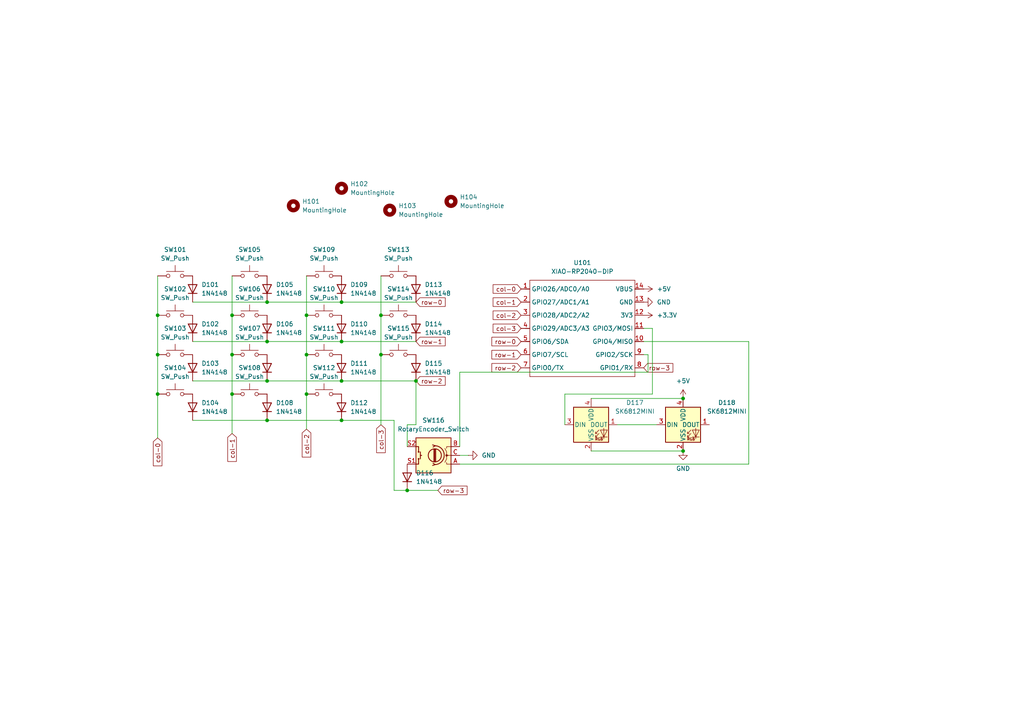
<source format=kicad_sch>
(kicad_sch
	(version 20250114)
	(generator "eeschema")
	(generator_version "9.0")
	(uuid "ac37b4ec-3e4f-4581-9992-735df9f9ce8a")
	(paper "A4")
	(title_block
		(title "hack Pad")
		(date "12/4/1225")
		(rev "1")
	)
	(lib_symbols
		(symbol "Device:RotaryEncoder_Switch"
			(pin_names
				(offset 0.254)
				(hide yes)
			)
			(exclude_from_sim no)
			(in_bom yes)
			(on_board yes)
			(property "Reference" "SW"
				(at 0 6.604 0)
				(effects
					(font
						(size 1.27 1.27)
					)
				)
			)
			(property "Value" "RotaryEncoder_Switch"
				(at 0 -6.604 0)
				(effects
					(font
						(size 1.27 1.27)
					)
				)
			)
			(property "Footprint" ""
				(at -3.81 4.064 0)
				(effects
					(font
						(size 1.27 1.27)
					)
					(hide yes)
				)
			)
			(property "Datasheet" "~"
				(at 0 6.604 0)
				(effects
					(font
						(size 1.27 1.27)
					)
					(hide yes)
				)
			)
			(property "Description" "Rotary encoder, dual channel, incremental quadrate outputs, with switch"
				(at 0 0 0)
				(effects
					(font
						(size 1.27 1.27)
					)
					(hide yes)
				)
			)
			(property "ki_keywords" "rotary switch encoder switch push button"
				(at 0 0 0)
				(effects
					(font
						(size 1.27 1.27)
					)
					(hide yes)
				)
			)
			(property "ki_fp_filters" "RotaryEncoder*Switch*"
				(at 0 0 0)
				(effects
					(font
						(size 1.27 1.27)
					)
					(hide yes)
				)
			)
			(symbol "RotaryEncoder_Switch_0_1"
				(rectangle
					(start -5.08 5.08)
					(end 5.08 -5.08)
					(stroke
						(width 0.254)
						(type default)
					)
					(fill
						(type background)
					)
				)
				(polyline
					(pts
						(xy -5.08 2.54) (xy -3.81 2.54) (xy -3.81 2.032)
					)
					(stroke
						(width 0)
						(type default)
					)
					(fill
						(type none)
					)
				)
				(polyline
					(pts
						(xy -5.08 0) (xy -3.81 0) (xy -3.81 -1.016) (xy -3.302 -2.032)
					)
					(stroke
						(width 0)
						(type default)
					)
					(fill
						(type none)
					)
				)
				(polyline
					(pts
						(xy -5.08 -2.54) (xy -3.81 -2.54) (xy -3.81 -2.032)
					)
					(stroke
						(width 0)
						(type default)
					)
					(fill
						(type none)
					)
				)
				(polyline
					(pts
						(xy -4.318 0) (xy -3.81 0) (xy -3.81 1.016) (xy -3.302 2.032)
					)
					(stroke
						(width 0)
						(type default)
					)
					(fill
						(type none)
					)
				)
				(circle
					(center -3.81 0)
					(radius 0.254)
					(stroke
						(width 0)
						(type default)
					)
					(fill
						(type outline)
					)
				)
				(polyline
					(pts
						(xy -0.635 -1.778) (xy -0.635 1.778)
					)
					(stroke
						(width 0.254)
						(type default)
					)
					(fill
						(type none)
					)
				)
				(circle
					(center -0.381 0)
					(radius 1.905)
					(stroke
						(width 0.254)
						(type default)
					)
					(fill
						(type none)
					)
				)
				(polyline
					(pts
						(xy -0.381 -1.778) (xy -0.381 1.778)
					)
					(stroke
						(width 0.254)
						(type default)
					)
					(fill
						(type none)
					)
				)
				(arc
					(start -0.381 -2.794)
					(mid -3.0988 -0.0635)
					(end -0.381 2.667)
					(stroke
						(width 0.254)
						(type default)
					)
					(fill
						(type none)
					)
				)
				(polyline
					(pts
						(xy -0.127 1.778) (xy -0.127 -1.778)
					)
					(stroke
						(width 0.254)
						(type default)
					)
					(fill
						(type none)
					)
				)
				(polyline
					(pts
						(xy 0.254 2.921) (xy -0.508 2.667) (xy 0.127 2.286)
					)
					(stroke
						(width 0.254)
						(type default)
					)
					(fill
						(type none)
					)
				)
				(polyline
					(pts
						(xy 0.254 -3.048) (xy -0.508 -2.794) (xy 0.127 -2.413)
					)
					(stroke
						(width 0.254)
						(type default)
					)
					(fill
						(type none)
					)
				)
				(polyline
					(pts
						(xy 3.81 1.016) (xy 3.81 -1.016)
					)
					(stroke
						(width 0.254)
						(type default)
					)
					(fill
						(type none)
					)
				)
				(polyline
					(pts
						(xy 3.81 0) (xy 3.429 0)
					)
					(stroke
						(width 0.254)
						(type default)
					)
					(fill
						(type none)
					)
				)
				(circle
					(center 4.318 1.016)
					(radius 0.127)
					(stroke
						(width 0.254)
						(type default)
					)
					(fill
						(type none)
					)
				)
				(circle
					(center 4.318 -1.016)
					(radius 0.127)
					(stroke
						(width 0.254)
						(type default)
					)
					(fill
						(type none)
					)
				)
				(polyline
					(pts
						(xy 5.08 2.54) (xy 4.318 2.54) (xy 4.318 1.016)
					)
					(stroke
						(width 0.254)
						(type default)
					)
					(fill
						(type none)
					)
				)
				(polyline
					(pts
						(xy 5.08 -2.54) (xy 4.318 -2.54) (xy 4.318 -1.016)
					)
					(stroke
						(width 0.254)
						(type default)
					)
					(fill
						(type none)
					)
				)
			)
			(symbol "RotaryEncoder_Switch_1_1"
				(pin passive line
					(at -7.62 2.54 0)
					(length 2.54)
					(name "A"
						(effects
							(font
								(size 1.27 1.27)
							)
						)
					)
					(number "A"
						(effects
							(font
								(size 1.27 1.27)
							)
						)
					)
				)
				(pin passive line
					(at -7.62 0 0)
					(length 2.54)
					(name "C"
						(effects
							(font
								(size 1.27 1.27)
							)
						)
					)
					(number "C"
						(effects
							(font
								(size 1.27 1.27)
							)
						)
					)
				)
				(pin passive line
					(at -7.62 -2.54 0)
					(length 2.54)
					(name "B"
						(effects
							(font
								(size 1.27 1.27)
							)
						)
					)
					(number "B"
						(effects
							(font
								(size 1.27 1.27)
							)
						)
					)
				)
				(pin passive line
					(at 7.62 2.54 180)
					(length 2.54)
					(name "S1"
						(effects
							(font
								(size 1.27 1.27)
							)
						)
					)
					(number "S1"
						(effects
							(font
								(size 1.27 1.27)
							)
						)
					)
				)
				(pin passive line
					(at 7.62 -2.54 180)
					(length 2.54)
					(name "S2"
						(effects
							(font
								(size 1.27 1.27)
							)
						)
					)
					(number "S2"
						(effects
							(font
								(size 1.27 1.27)
							)
						)
					)
				)
			)
			(embedded_fonts no)
		)
		(symbol "Diode:1N4148"
			(pin_numbers
				(hide yes)
			)
			(pin_names
				(hide yes)
			)
			(exclude_from_sim no)
			(in_bom yes)
			(on_board yes)
			(property "Reference" "D"
				(at 0 2.54 0)
				(effects
					(font
						(size 1.27 1.27)
					)
				)
			)
			(property "Value" "1N4148"
				(at 0 -2.54 0)
				(effects
					(font
						(size 1.27 1.27)
					)
				)
			)
			(property "Footprint" "Diode_THT:D_DO-35_SOD27_P7.62mm_Horizontal"
				(at 0 0 0)
				(effects
					(font
						(size 1.27 1.27)
					)
					(hide yes)
				)
			)
			(property "Datasheet" "https://assets.nexperia.com/documents/data-sheet/1N4148_1N4448.pdf"
				(at 0 0 0)
				(effects
					(font
						(size 1.27 1.27)
					)
					(hide yes)
				)
			)
			(property "Description" "100V 0.15A standard switching diode, DO-35"
				(at 0 0 0)
				(effects
					(font
						(size 1.27 1.27)
					)
					(hide yes)
				)
			)
			(property "Sim.Device" "D"
				(at 0 0 0)
				(effects
					(font
						(size 1.27 1.27)
					)
					(hide yes)
				)
			)
			(property "Sim.Pins" "1=K 2=A"
				(at 0 0 0)
				(effects
					(font
						(size 1.27 1.27)
					)
					(hide yes)
				)
			)
			(property "ki_keywords" "diode"
				(at 0 0 0)
				(effects
					(font
						(size 1.27 1.27)
					)
					(hide yes)
				)
			)
			(property "ki_fp_filters" "D*DO?35*"
				(at 0 0 0)
				(effects
					(font
						(size 1.27 1.27)
					)
					(hide yes)
				)
			)
			(symbol "1N4148_0_1"
				(polyline
					(pts
						(xy -1.27 1.27) (xy -1.27 -1.27)
					)
					(stroke
						(width 0.254)
						(type default)
					)
					(fill
						(type none)
					)
				)
				(polyline
					(pts
						(xy 1.27 1.27) (xy 1.27 -1.27) (xy -1.27 0) (xy 1.27 1.27)
					)
					(stroke
						(width 0.254)
						(type default)
					)
					(fill
						(type none)
					)
				)
				(polyline
					(pts
						(xy 1.27 0) (xy -1.27 0)
					)
					(stroke
						(width 0)
						(type default)
					)
					(fill
						(type none)
					)
				)
			)
			(symbol "1N4148_1_1"
				(pin passive line
					(at -3.81 0 0)
					(length 2.54)
					(name "K"
						(effects
							(font
								(size 1.27 1.27)
							)
						)
					)
					(number "1"
						(effects
							(font
								(size 1.27 1.27)
							)
						)
					)
				)
				(pin passive line
					(at 3.81 0 180)
					(length 2.54)
					(name "A"
						(effects
							(font
								(size 1.27 1.27)
							)
						)
					)
					(number "2"
						(effects
							(font
								(size 1.27 1.27)
							)
						)
					)
				)
			)
			(embedded_fonts no)
		)
		(symbol "LED:SK6812MINI"
			(pin_names
				(offset 0.254)
			)
			(exclude_from_sim no)
			(in_bom yes)
			(on_board yes)
			(property "Reference" "D"
				(at 5.08 5.715 0)
				(effects
					(font
						(size 1.27 1.27)
					)
					(justify right bottom)
				)
			)
			(property "Value" "SK6812MINI"
				(at 1.27 -5.715 0)
				(effects
					(font
						(size 1.27 1.27)
					)
					(justify left top)
				)
			)
			(property "Footprint" "LED_SMD:LED_SK6812MINI_PLCC4_3.5x3.5mm_P1.75mm"
				(at 1.27 -7.62 0)
				(effects
					(font
						(size 1.27 1.27)
					)
					(justify left top)
					(hide yes)
				)
			)
			(property "Datasheet" "https://cdn-shop.adafruit.com/product-files/2686/SK6812MINI_REV.01-1-2.pdf"
				(at 2.54 -9.525 0)
				(effects
					(font
						(size 1.27 1.27)
					)
					(justify left top)
					(hide yes)
				)
			)
			(property "Description" "RGB LED with integrated controller"
				(at 0 0 0)
				(effects
					(font
						(size 1.27 1.27)
					)
					(hide yes)
				)
			)
			(property "ki_keywords" "RGB LED NeoPixel Mini addressable"
				(at 0 0 0)
				(effects
					(font
						(size 1.27 1.27)
					)
					(hide yes)
				)
			)
			(property "ki_fp_filters" "LED*SK6812MINI*PLCC*3.5x3.5mm*P1.75mm*"
				(at 0 0 0)
				(effects
					(font
						(size 1.27 1.27)
					)
					(hide yes)
				)
			)
			(symbol "SK6812MINI_0_0"
				(text "RGB"
					(at 2.286 -4.191 0)
					(effects
						(font
							(size 0.762 0.762)
						)
					)
				)
			)
			(symbol "SK6812MINI_0_1"
				(polyline
					(pts
						(xy 1.27 -2.54) (xy 1.778 -2.54)
					)
					(stroke
						(width 0)
						(type default)
					)
					(fill
						(type none)
					)
				)
				(polyline
					(pts
						(xy 1.27 -3.556) (xy 1.778 -3.556)
					)
					(stroke
						(width 0)
						(type default)
					)
					(fill
						(type none)
					)
				)
				(polyline
					(pts
						(xy 2.286 -1.524) (xy 1.27 -2.54) (xy 1.27 -2.032)
					)
					(stroke
						(width 0)
						(type default)
					)
					(fill
						(type none)
					)
				)
				(polyline
					(pts
						(xy 2.286 -2.54) (xy 1.27 -3.556) (xy 1.27 -3.048)
					)
					(stroke
						(width 0)
						(type default)
					)
					(fill
						(type none)
					)
				)
				(polyline
					(pts
						(xy 3.683 -1.016) (xy 3.683 -3.556) (xy 3.683 -4.064)
					)
					(stroke
						(width 0)
						(type default)
					)
					(fill
						(type none)
					)
				)
				(polyline
					(pts
						(xy 4.699 -1.524) (xy 2.667 -1.524) (xy 3.683 -3.556) (xy 4.699 -1.524)
					)
					(stroke
						(width 0)
						(type default)
					)
					(fill
						(type none)
					)
				)
				(polyline
					(pts
						(xy 4.699 -3.556) (xy 2.667 -3.556)
					)
					(stroke
						(width 0)
						(type default)
					)
					(fill
						(type none)
					)
				)
				(rectangle
					(start 5.08 5.08)
					(end -5.08 -5.08)
					(stroke
						(width 0.254)
						(type default)
					)
					(fill
						(type background)
					)
				)
			)
			(symbol "SK6812MINI_1_1"
				(pin input line
					(at -7.62 0 0)
					(length 2.54)
					(name "DIN"
						(effects
							(font
								(size 1.27 1.27)
							)
						)
					)
					(number "3"
						(effects
							(font
								(size 1.27 1.27)
							)
						)
					)
				)
				(pin power_in line
					(at 0 7.62 270)
					(length 2.54)
					(name "VDD"
						(effects
							(font
								(size 1.27 1.27)
							)
						)
					)
					(number "4"
						(effects
							(font
								(size 1.27 1.27)
							)
						)
					)
				)
				(pin power_in line
					(at 0 -7.62 90)
					(length 2.54)
					(name "VSS"
						(effects
							(font
								(size 1.27 1.27)
							)
						)
					)
					(number "2"
						(effects
							(font
								(size 1.27 1.27)
							)
						)
					)
				)
				(pin output line
					(at 7.62 0 180)
					(length 2.54)
					(name "DOUT"
						(effects
							(font
								(size 1.27 1.27)
							)
						)
					)
					(number "1"
						(effects
							(font
								(size 1.27 1.27)
							)
						)
					)
				)
			)
			(embedded_fonts no)
		)
		(symbol "Mechanical:MountingHole"
			(pin_names
				(offset 1.016)
			)
			(exclude_from_sim no)
			(in_bom no)
			(on_board yes)
			(property "Reference" "H"
				(at 0 5.08 0)
				(effects
					(font
						(size 1.27 1.27)
					)
				)
			)
			(property "Value" "MountingHole"
				(at 0 3.175 0)
				(effects
					(font
						(size 1.27 1.27)
					)
				)
			)
			(property "Footprint" ""
				(at 0 0 0)
				(effects
					(font
						(size 1.27 1.27)
					)
					(hide yes)
				)
			)
			(property "Datasheet" "~"
				(at 0 0 0)
				(effects
					(font
						(size 1.27 1.27)
					)
					(hide yes)
				)
			)
			(property "Description" "Mounting Hole without connection"
				(at 0 0 0)
				(effects
					(font
						(size 1.27 1.27)
					)
					(hide yes)
				)
			)
			(property "ki_keywords" "mounting hole"
				(at 0 0 0)
				(effects
					(font
						(size 1.27 1.27)
					)
					(hide yes)
				)
			)
			(property "ki_fp_filters" "MountingHole*"
				(at 0 0 0)
				(effects
					(font
						(size 1.27 1.27)
					)
					(hide yes)
				)
			)
			(symbol "MountingHole_0_1"
				(circle
					(center 0 0)
					(radius 1.27)
					(stroke
						(width 1.27)
						(type default)
					)
					(fill
						(type none)
					)
				)
			)
			(embedded_fonts no)
		)
		(symbol "Switch:SW_Push"
			(pin_numbers
				(hide yes)
			)
			(pin_names
				(offset 1.016)
				(hide yes)
			)
			(exclude_from_sim no)
			(in_bom yes)
			(on_board yes)
			(property "Reference" "SW"
				(at 1.27 2.54 0)
				(effects
					(font
						(size 1.27 1.27)
					)
					(justify left)
				)
			)
			(property "Value" "SW_Push"
				(at 0 -1.524 0)
				(effects
					(font
						(size 1.27 1.27)
					)
				)
			)
			(property "Footprint" ""
				(at 0 5.08 0)
				(effects
					(font
						(size 1.27 1.27)
					)
					(hide yes)
				)
			)
			(property "Datasheet" "~"
				(at 0 5.08 0)
				(effects
					(font
						(size 1.27 1.27)
					)
					(hide yes)
				)
			)
			(property "Description" "Push button switch, generic, two pins"
				(at 0 0 0)
				(effects
					(font
						(size 1.27 1.27)
					)
					(hide yes)
				)
			)
			(property "ki_keywords" "switch normally-open pushbutton push-button"
				(at 0 0 0)
				(effects
					(font
						(size 1.27 1.27)
					)
					(hide yes)
				)
			)
			(symbol "SW_Push_0_1"
				(circle
					(center -2.032 0)
					(radius 0.508)
					(stroke
						(width 0)
						(type default)
					)
					(fill
						(type none)
					)
				)
				(polyline
					(pts
						(xy 0 1.27) (xy 0 3.048)
					)
					(stroke
						(width 0)
						(type default)
					)
					(fill
						(type none)
					)
				)
				(circle
					(center 2.032 0)
					(radius 0.508)
					(stroke
						(width 0)
						(type default)
					)
					(fill
						(type none)
					)
				)
				(polyline
					(pts
						(xy 2.54 1.27) (xy -2.54 1.27)
					)
					(stroke
						(width 0)
						(type default)
					)
					(fill
						(type none)
					)
				)
				(pin passive line
					(at -5.08 0 0)
					(length 2.54)
					(name "1"
						(effects
							(font
								(size 1.27 1.27)
							)
						)
					)
					(number "1"
						(effects
							(font
								(size 1.27 1.27)
							)
						)
					)
				)
				(pin passive line
					(at 5.08 0 180)
					(length 2.54)
					(name "2"
						(effects
							(font
								(size 1.27 1.27)
							)
						)
					)
					(number "2"
						(effects
							(font
								(size 1.27 1.27)
							)
						)
					)
				)
			)
			(embedded_fonts no)
		)
		(symbol "opl:XIAO-RP2040-DIP"
			(exclude_from_sim no)
			(in_bom yes)
			(on_board yes)
			(property "Reference" "U"
				(at 0 0 0)
				(effects
					(font
						(size 1.27 1.27)
					)
				)
			)
			(property "Value" "XIAO-RP2040-DIP"
				(at 5.334 -1.778 0)
				(effects
					(font
						(size 1.27 1.27)
					)
				)
			)
			(property "Footprint" "Module:MOUDLE14P-XIAO-DIP-SMD"
				(at 14.478 -32.258 0)
				(effects
					(font
						(size 1.27 1.27)
					)
					(hide yes)
				)
			)
			(property "Datasheet" ""
				(at 0 0 0)
				(effects
					(font
						(size 1.27 1.27)
					)
					(hide yes)
				)
			)
			(property "Description" ""
				(at 0 0 0)
				(effects
					(font
						(size 1.27 1.27)
					)
					(hide yes)
				)
			)
			(symbol "XIAO-RP2040-DIP_1_0"
				(polyline
					(pts
						(xy -1.27 -2.54) (xy 29.21 -2.54)
					)
					(stroke
						(width 0.1524)
						(type solid)
					)
					(fill
						(type none)
					)
				)
				(polyline
					(pts
						(xy -1.27 -5.08) (xy -2.54 -5.08)
					)
					(stroke
						(width 0.1524)
						(type solid)
					)
					(fill
						(type none)
					)
				)
				(polyline
					(pts
						(xy -1.27 -5.08) (xy -1.27 -2.54)
					)
					(stroke
						(width 0.1524)
						(type solid)
					)
					(fill
						(type none)
					)
				)
				(polyline
					(pts
						(xy -1.27 -8.89) (xy -2.54 -8.89)
					)
					(stroke
						(width 0.1524)
						(type solid)
					)
					(fill
						(type none)
					)
				)
				(polyline
					(pts
						(xy -1.27 -8.89) (xy -1.27 -5.08)
					)
					(stroke
						(width 0.1524)
						(type solid)
					)
					(fill
						(type none)
					)
				)
				(polyline
					(pts
						(xy -1.27 -12.7) (xy -2.54 -12.7)
					)
					(stroke
						(width 0.1524)
						(type solid)
					)
					(fill
						(type none)
					)
				)
				(polyline
					(pts
						(xy -1.27 -12.7) (xy -1.27 -8.89)
					)
					(stroke
						(width 0.1524)
						(type solid)
					)
					(fill
						(type none)
					)
				)
				(polyline
					(pts
						(xy -1.27 -16.51) (xy -2.54 -16.51)
					)
					(stroke
						(width 0.1524)
						(type solid)
					)
					(fill
						(type none)
					)
				)
				(polyline
					(pts
						(xy -1.27 -16.51) (xy -1.27 -12.7)
					)
					(stroke
						(width 0.1524)
						(type solid)
					)
					(fill
						(type none)
					)
				)
				(polyline
					(pts
						(xy -1.27 -20.32) (xy -2.54 -20.32)
					)
					(stroke
						(width 0.1524)
						(type solid)
					)
					(fill
						(type none)
					)
				)
				(polyline
					(pts
						(xy -1.27 -24.13) (xy -2.54 -24.13)
					)
					(stroke
						(width 0.1524)
						(type solid)
					)
					(fill
						(type none)
					)
				)
				(polyline
					(pts
						(xy -1.27 -27.94) (xy -2.54 -27.94)
					)
					(stroke
						(width 0.1524)
						(type solid)
					)
					(fill
						(type none)
					)
				)
				(polyline
					(pts
						(xy -1.27 -30.48) (xy -1.27 -16.51)
					)
					(stroke
						(width 0.1524)
						(type solid)
					)
					(fill
						(type none)
					)
				)
				(polyline
					(pts
						(xy 29.21 -2.54) (xy 29.21 -5.08)
					)
					(stroke
						(width 0.1524)
						(type solid)
					)
					(fill
						(type none)
					)
				)
				(polyline
					(pts
						(xy 29.21 -5.08) (xy 29.21 -8.89)
					)
					(stroke
						(width 0.1524)
						(type solid)
					)
					(fill
						(type none)
					)
				)
				(polyline
					(pts
						(xy 29.21 -8.89) (xy 29.21 -12.7)
					)
					(stroke
						(width 0.1524)
						(type solid)
					)
					(fill
						(type none)
					)
				)
				(polyline
					(pts
						(xy 29.21 -12.7) (xy 29.21 -30.48)
					)
					(stroke
						(width 0.1524)
						(type solid)
					)
					(fill
						(type none)
					)
				)
				(polyline
					(pts
						(xy 29.21 -30.48) (xy -1.27 -30.48)
					)
					(stroke
						(width 0.1524)
						(type solid)
					)
					(fill
						(type none)
					)
				)
				(polyline
					(pts
						(xy 30.48 -5.08) (xy 29.21 -5.08)
					)
					(stroke
						(width 0.1524)
						(type solid)
					)
					(fill
						(type none)
					)
				)
				(polyline
					(pts
						(xy 30.48 -8.89) (xy 29.21 -8.89)
					)
					(stroke
						(width 0.1524)
						(type solid)
					)
					(fill
						(type none)
					)
				)
				(polyline
					(pts
						(xy 30.48 -12.7) (xy 29.21 -12.7)
					)
					(stroke
						(width 0.1524)
						(type solid)
					)
					(fill
						(type none)
					)
				)
				(polyline
					(pts
						(xy 30.48 -16.51) (xy 29.21 -16.51)
					)
					(stroke
						(width 0.1524)
						(type solid)
					)
					(fill
						(type none)
					)
				)
				(polyline
					(pts
						(xy 30.48 -20.32) (xy 29.21 -20.32)
					)
					(stroke
						(width 0.1524)
						(type solid)
					)
					(fill
						(type none)
					)
				)
				(polyline
					(pts
						(xy 30.48 -24.13) (xy 29.21 -24.13)
					)
					(stroke
						(width 0.1524)
						(type solid)
					)
					(fill
						(type none)
					)
				)
				(polyline
					(pts
						(xy 30.48 -27.94) (xy 29.21 -27.94)
					)
					(stroke
						(width 0.1524)
						(type solid)
					)
					(fill
						(type none)
					)
				)
				(pin passive line
					(at -3.81 -5.08 0)
					(length 2.54)
					(name "GPIO26/ADC0/A0"
						(effects
							(font
								(size 1.27 1.27)
							)
						)
					)
					(number "1"
						(effects
							(font
								(size 1.27 1.27)
							)
						)
					)
				)
				(pin passive line
					(at -3.81 -8.89 0)
					(length 2.54)
					(name "GPIO27/ADC1/A1"
						(effects
							(font
								(size 1.27 1.27)
							)
						)
					)
					(number "2"
						(effects
							(font
								(size 1.27 1.27)
							)
						)
					)
				)
				(pin passive line
					(at -3.81 -12.7 0)
					(length 2.54)
					(name "GPIO28/ADC2/A2"
						(effects
							(font
								(size 1.27 1.27)
							)
						)
					)
					(number "3"
						(effects
							(font
								(size 1.27 1.27)
							)
						)
					)
				)
				(pin passive line
					(at -3.81 -16.51 0)
					(length 2.54)
					(name "GPIO29/ADC3/A3"
						(effects
							(font
								(size 1.27 1.27)
							)
						)
					)
					(number "4"
						(effects
							(font
								(size 1.27 1.27)
							)
						)
					)
				)
				(pin passive line
					(at -3.81 -20.32 0)
					(length 2.54)
					(name "GPIO6/SDA"
						(effects
							(font
								(size 1.27 1.27)
							)
						)
					)
					(number "5"
						(effects
							(font
								(size 1.27 1.27)
							)
						)
					)
				)
				(pin passive line
					(at -3.81 -24.13 0)
					(length 2.54)
					(name "GPIO7/SCL"
						(effects
							(font
								(size 1.27 1.27)
							)
						)
					)
					(number "6"
						(effects
							(font
								(size 1.27 1.27)
							)
						)
					)
				)
				(pin passive line
					(at -3.81 -27.94 0)
					(length 2.54)
					(name "GPIO0/TX"
						(effects
							(font
								(size 1.27 1.27)
							)
						)
					)
					(number "7"
						(effects
							(font
								(size 1.27 1.27)
							)
						)
					)
				)
				(pin passive line
					(at 31.75 -5.08 180)
					(length 2.54)
					(name "VBUS"
						(effects
							(font
								(size 1.27 1.27)
							)
						)
					)
					(number "14"
						(effects
							(font
								(size 1.27 1.27)
							)
						)
					)
				)
				(pin passive line
					(at 31.75 -8.89 180)
					(length 2.54)
					(name "GND"
						(effects
							(font
								(size 1.27 1.27)
							)
						)
					)
					(number "13"
						(effects
							(font
								(size 1.27 1.27)
							)
						)
					)
				)
				(pin passive line
					(at 31.75 -12.7 180)
					(length 2.54)
					(name "3V3"
						(effects
							(font
								(size 1.27 1.27)
							)
						)
					)
					(number "12"
						(effects
							(font
								(size 1.27 1.27)
							)
						)
					)
				)
				(pin passive line
					(at 31.75 -16.51 180)
					(length 2.54)
					(name "GPIO3/MOSI"
						(effects
							(font
								(size 1.27 1.27)
							)
						)
					)
					(number "11"
						(effects
							(font
								(size 1.27 1.27)
							)
						)
					)
				)
				(pin passive line
					(at 31.75 -20.32 180)
					(length 2.54)
					(name "GPIO4/MISO"
						(effects
							(font
								(size 1.27 1.27)
							)
						)
					)
					(number "10"
						(effects
							(font
								(size 1.27 1.27)
							)
						)
					)
				)
				(pin passive line
					(at 31.75 -24.13 180)
					(length 2.54)
					(name "GPIO2/SCK"
						(effects
							(font
								(size 1.27 1.27)
							)
						)
					)
					(number "9"
						(effects
							(font
								(size 1.27 1.27)
							)
						)
					)
				)
				(pin passive line
					(at 31.75 -27.94 180)
					(length 2.54)
					(name "GPIO1/RX"
						(effects
							(font
								(size 1.27 1.27)
							)
						)
					)
					(number "8"
						(effects
							(font
								(size 1.27 1.27)
							)
						)
					)
				)
			)
			(embedded_fonts no)
		)
		(symbol "power:+3.3V"
			(power)
			(pin_numbers
				(hide yes)
			)
			(pin_names
				(offset 0)
				(hide yes)
			)
			(exclude_from_sim no)
			(in_bom yes)
			(on_board yes)
			(property "Reference" "#PWR"
				(at 0 -3.81 0)
				(effects
					(font
						(size 1.27 1.27)
					)
					(hide yes)
				)
			)
			(property "Value" "+3.3V"
				(at 0 3.556 0)
				(effects
					(font
						(size 1.27 1.27)
					)
				)
			)
			(property "Footprint" ""
				(at 0 0 0)
				(effects
					(font
						(size 1.27 1.27)
					)
					(hide yes)
				)
			)
			(property "Datasheet" ""
				(at 0 0 0)
				(effects
					(font
						(size 1.27 1.27)
					)
					(hide yes)
				)
			)
			(property "Description" "Power symbol creates a global label with name \"+3.3V\""
				(at 0 0 0)
				(effects
					(font
						(size 1.27 1.27)
					)
					(hide yes)
				)
			)
			(property "ki_keywords" "global power"
				(at 0 0 0)
				(effects
					(font
						(size 1.27 1.27)
					)
					(hide yes)
				)
			)
			(symbol "+3.3V_0_1"
				(polyline
					(pts
						(xy -0.762 1.27) (xy 0 2.54)
					)
					(stroke
						(width 0)
						(type default)
					)
					(fill
						(type none)
					)
				)
				(polyline
					(pts
						(xy 0 2.54) (xy 0.762 1.27)
					)
					(stroke
						(width 0)
						(type default)
					)
					(fill
						(type none)
					)
				)
				(polyline
					(pts
						(xy 0 0) (xy 0 2.54)
					)
					(stroke
						(width 0)
						(type default)
					)
					(fill
						(type none)
					)
				)
			)
			(symbol "+3.3V_1_1"
				(pin power_in line
					(at 0 0 90)
					(length 0)
					(name "~"
						(effects
							(font
								(size 1.27 1.27)
							)
						)
					)
					(number "1"
						(effects
							(font
								(size 1.27 1.27)
							)
						)
					)
				)
			)
			(embedded_fonts no)
		)
		(symbol "power:+5V"
			(power)
			(pin_numbers
				(hide yes)
			)
			(pin_names
				(offset 0)
				(hide yes)
			)
			(exclude_from_sim no)
			(in_bom yes)
			(on_board yes)
			(property "Reference" "#PWR"
				(at 0 -3.81 0)
				(effects
					(font
						(size 1.27 1.27)
					)
					(hide yes)
				)
			)
			(property "Value" "+5V"
				(at 0 3.556 0)
				(effects
					(font
						(size 1.27 1.27)
					)
				)
			)
			(property "Footprint" ""
				(at 0 0 0)
				(effects
					(font
						(size 1.27 1.27)
					)
					(hide yes)
				)
			)
			(property "Datasheet" ""
				(at 0 0 0)
				(effects
					(font
						(size 1.27 1.27)
					)
					(hide yes)
				)
			)
			(property "Description" "Power symbol creates a global label with name \"+5V\""
				(at 0 0 0)
				(effects
					(font
						(size 1.27 1.27)
					)
					(hide yes)
				)
			)
			(property "ki_keywords" "global power"
				(at 0 0 0)
				(effects
					(font
						(size 1.27 1.27)
					)
					(hide yes)
				)
			)
			(symbol "+5V_0_1"
				(polyline
					(pts
						(xy -0.762 1.27) (xy 0 2.54)
					)
					(stroke
						(width 0)
						(type default)
					)
					(fill
						(type none)
					)
				)
				(polyline
					(pts
						(xy 0 2.54) (xy 0.762 1.27)
					)
					(stroke
						(width 0)
						(type default)
					)
					(fill
						(type none)
					)
				)
				(polyline
					(pts
						(xy 0 0) (xy 0 2.54)
					)
					(stroke
						(width 0)
						(type default)
					)
					(fill
						(type none)
					)
				)
			)
			(symbol "+5V_1_1"
				(pin power_in line
					(at 0 0 90)
					(length 0)
					(name "~"
						(effects
							(font
								(size 1.27 1.27)
							)
						)
					)
					(number "1"
						(effects
							(font
								(size 1.27 1.27)
							)
						)
					)
				)
			)
			(embedded_fonts no)
		)
		(symbol "power:GND"
			(power)
			(pin_numbers
				(hide yes)
			)
			(pin_names
				(offset 0)
				(hide yes)
			)
			(exclude_from_sim no)
			(in_bom yes)
			(on_board yes)
			(property "Reference" "#PWR"
				(at 0 -6.35 0)
				(effects
					(font
						(size 1.27 1.27)
					)
					(hide yes)
				)
			)
			(property "Value" "GND"
				(at 0 -3.81 0)
				(effects
					(font
						(size 1.27 1.27)
					)
				)
			)
			(property "Footprint" ""
				(at 0 0 0)
				(effects
					(font
						(size 1.27 1.27)
					)
					(hide yes)
				)
			)
			(property "Datasheet" ""
				(at 0 0 0)
				(effects
					(font
						(size 1.27 1.27)
					)
					(hide yes)
				)
			)
			(property "Description" "Power symbol creates a global label with name \"GND\" , ground"
				(at 0 0 0)
				(effects
					(font
						(size 1.27 1.27)
					)
					(hide yes)
				)
			)
			(property "ki_keywords" "global power"
				(at 0 0 0)
				(effects
					(font
						(size 1.27 1.27)
					)
					(hide yes)
				)
			)
			(symbol "GND_0_1"
				(polyline
					(pts
						(xy 0 0) (xy 0 -1.27) (xy 1.27 -1.27) (xy 0 -2.54) (xy -1.27 -1.27) (xy 0 -1.27)
					)
					(stroke
						(width 0)
						(type default)
					)
					(fill
						(type none)
					)
				)
			)
			(symbol "GND_1_1"
				(pin power_in line
					(at 0 0 270)
					(length 0)
					(name "~"
						(effects
							(font
								(size 1.27 1.27)
							)
						)
					)
					(number "1"
						(effects
							(font
								(size 1.27 1.27)
							)
						)
					)
				)
			)
			(embedded_fonts no)
		)
	)
	(junction
		(at 77.47 121.92)
		(diameter 0)
		(color 0 0 0 0)
		(uuid "22684570-efec-4523-8cd7-43c6b7c2f199")
	)
	(junction
		(at 67.31 102.87)
		(diameter 0)
		(color 0 0 0 0)
		(uuid "24ed6513-5dbf-4e69-b734-882e7dc7e9c3")
	)
	(junction
		(at 77.47 110.49)
		(diameter 0)
		(color 0 0 0 0)
		(uuid "372cbbd0-959d-417b-9744-c16805fd93a5")
	)
	(junction
		(at 198.12 115.57)
		(diameter 0)
		(color 0 0 0 0)
		(uuid "46943f6f-b1bb-4e18-a044-62d6c594415d")
	)
	(junction
		(at 67.31 114.3)
		(diameter 0)
		(color 0 0 0 0)
		(uuid "5621d31e-0527-4f93-bb88-a31265175a46")
	)
	(junction
		(at 99.06 121.92)
		(diameter 0)
		(color 0 0 0 0)
		(uuid "63f368ee-5ee1-444b-8bbc-a4d92f0d73d3")
	)
	(junction
		(at 77.47 87.63)
		(diameter 0)
		(color 0 0 0 0)
		(uuid "64212fc8-af2b-45c8-80bb-8780af7295d3")
	)
	(junction
		(at 88.9 102.87)
		(diameter 0)
		(color 0 0 0 0)
		(uuid "726a7968-b037-4ea2-9743-f7e2e4c0752c")
	)
	(junction
		(at 110.49 91.44)
		(diameter 0)
		(color 0 0 0 0)
		(uuid "7a78eab3-fe2c-4d97-98d5-4a499347fbb8")
	)
	(junction
		(at 110.49 102.87)
		(diameter 0)
		(color 0 0 0 0)
		(uuid "8f482f66-ff31-4a3b-a037-9da607b63b71")
	)
	(junction
		(at 99.06 110.49)
		(diameter 0)
		(color 0 0 0 0)
		(uuid "9297a44e-f933-4ef5-a6b2-f3800b6fc22b")
	)
	(junction
		(at 198.12 130.81)
		(diameter 0)
		(color 0 0 0 0)
		(uuid "99796bc1-5325-464c-b152-dd06ee8a7c62")
	)
	(junction
		(at 88.9 114.3)
		(diameter 0)
		(color 0 0 0 0)
		(uuid "9adf13df-3e15-4142-b129-5f3f45958a20")
	)
	(junction
		(at 88.9 91.44)
		(diameter 0)
		(color 0 0 0 0)
		(uuid "a14eeb25-4b98-4dbd-9b98-dd757928b0c3")
	)
	(junction
		(at 120.65 110.49)
		(diameter 0)
		(color 0 0 0 0)
		(uuid "a3b0f47e-18e1-4980-90ad-2c8bf4a5b4f0")
	)
	(junction
		(at 118.11 142.24)
		(diameter 0)
		(color 0 0 0 0)
		(uuid "a5e960f6-3bcc-443e-8315-9883c456b3af")
	)
	(junction
		(at 77.47 99.06)
		(diameter 0)
		(color 0 0 0 0)
		(uuid "adc35d11-a87d-478f-9b77-8aa2354484c4")
	)
	(junction
		(at 45.72 91.44)
		(diameter 0)
		(color 0 0 0 0)
		(uuid "d9275a59-2a15-4a27-a224-393bd501794e")
	)
	(junction
		(at 67.31 91.44)
		(diameter 0)
		(color 0 0 0 0)
		(uuid "e89d15c3-51df-48a3-8363-6c548afb1d60")
	)
	(junction
		(at 99.06 87.63)
		(diameter 0)
		(color 0 0 0 0)
		(uuid "ec70a0a6-c693-4003-ab27-0dff43addd7e")
	)
	(junction
		(at 45.72 102.87)
		(diameter 0)
		(color 0 0 0 0)
		(uuid "ec7fd376-c53a-49f9-9a49-83a64c54209f")
	)
	(junction
		(at 45.72 114.3)
		(diameter 0)
		(color 0 0 0 0)
		(uuid "f27afa53-3fc7-4501-a28e-5842d0fc767f")
	)
	(junction
		(at 99.06 99.06)
		(diameter 0)
		(color 0 0 0 0)
		(uuid "f60bf6c1-fde7-4bbb-b246-db54df1f2129")
	)
	(wire
		(pts
			(xy 114.3 142.24) (xy 118.11 142.24)
		)
		(stroke
			(width 0)
			(type default)
		)
		(uuid "01624729-b650-4dd8-8c7f-7a7803a43aa2")
	)
	(wire
		(pts
			(xy 45.72 102.87) (xy 45.72 114.3)
		)
		(stroke
			(width 0)
			(type default)
		)
		(uuid "061bc5ff-2762-40f3-bbe6-6fc638a5ec80")
	)
	(wire
		(pts
			(xy 67.31 91.44) (xy 67.31 102.87)
		)
		(stroke
			(width 0)
			(type default)
		)
		(uuid "07f84518-58d8-46a2-92b4-7e02c6f242d0")
	)
	(wire
		(pts
			(xy 67.31 102.87) (xy 67.31 114.3)
		)
		(stroke
			(width 0)
			(type default)
		)
		(uuid "0900ad15-184c-493c-8d9e-711e39bef85c")
	)
	(wire
		(pts
			(xy 55.88 99.06) (xy 77.47 99.06)
		)
		(stroke
			(width 0)
			(type default)
		)
		(uuid "0f2ca258-2f67-440c-ba22-da9a7c8934ea")
	)
	(wire
		(pts
			(xy 186.69 95.25) (xy 189.23 95.25)
		)
		(stroke
			(width 0)
			(type default)
		)
		(uuid "14a63a81-ab15-4af9-8a3b-0c4bffc0f3f2")
	)
	(wire
		(pts
			(xy 189.23 95.25) (xy 189.23 114.3)
		)
		(stroke
			(width 0)
			(type default)
		)
		(uuid "16ff8282-0a20-47d7-8624-d39cb5866338")
	)
	(wire
		(pts
			(xy 99.06 87.63) (xy 120.65 87.63)
		)
		(stroke
			(width 0)
			(type default)
		)
		(uuid "1bde3ca6-a280-4ffd-8d36-d5d36ad28455")
	)
	(wire
		(pts
			(xy 133.35 107.95) (xy 187.96 107.95)
		)
		(stroke
			(width 0)
			(type default)
		)
		(uuid "22919a0b-f215-4d00-91ce-079bd617fa7c")
	)
	(wire
		(pts
			(xy 77.47 87.63) (xy 99.06 87.63)
		)
		(stroke
			(width 0)
			(type default)
		)
		(uuid "268926cf-a184-4b4c-aae4-93a030dc84da")
	)
	(wire
		(pts
			(xy 110.49 91.44) (xy 110.49 102.87)
		)
		(stroke
			(width 0)
			(type default)
		)
		(uuid "2b5aaccf-3536-4417-9052-ece07839c9e2")
	)
	(wire
		(pts
			(xy 187.96 107.95) (xy 187.96 102.87)
		)
		(stroke
			(width 0)
			(type default)
		)
		(uuid "2f9a9da5-9f22-4a97-8e21-ecc9a781c624")
	)
	(wire
		(pts
			(xy 171.45 130.81) (xy 198.12 130.81)
		)
		(stroke
			(width 0)
			(type default)
		)
		(uuid "35be4400-e0cf-4326-8061-8ff2c03eb096")
	)
	(wire
		(pts
			(xy 88.9 91.44) (xy 88.9 102.87)
		)
		(stroke
			(width 0)
			(type default)
		)
		(uuid "3a13b5d8-a4bf-420b-84a7-a6f6c824270f")
	)
	(wire
		(pts
			(xy 55.88 87.63) (xy 77.47 87.63)
		)
		(stroke
			(width 0)
			(type default)
		)
		(uuid "3f81ad41-4915-4b9f-a448-744dc4023629")
	)
	(wire
		(pts
			(xy 88.9 102.87) (xy 88.9 114.3)
		)
		(stroke
			(width 0)
			(type default)
		)
		(uuid "4c447b0b-1045-4375-8fff-651f95ffb873")
	)
	(wire
		(pts
			(xy 135.89 132.08) (xy 133.35 132.08)
		)
		(stroke
			(width 0)
			(type default)
		)
		(uuid "558d43d9-a397-423c-b6c8-7ee56ef77e53")
	)
	(wire
		(pts
			(xy 77.47 121.92) (xy 99.06 121.92)
		)
		(stroke
			(width 0)
			(type default)
		)
		(uuid "5da480d1-830e-4260-968f-efe72c0c9f26")
	)
	(wire
		(pts
			(xy 163.83 114.3) (xy 163.83 123.19)
		)
		(stroke
			(width 0)
			(type default)
		)
		(uuid "64c8e204-c32b-407b-a999-5838fbc49b11")
	)
	(wire
		(pts
			(xy 88.9 114.3) (xy 88.9 124.46)
		)
		(stroke
			(width 0)
			(type default)
		)
		(uuid "68347a7b-c21c-4560-b045-a6d75c219a95")
	)
	(wire
		(pts
			(xy 120.65 110.49) (xy 120.65 123.19)
		)
		(stroke
			(width 0)
			(type default)
		)
		(uuid "6dac9e52-483f-43d9-a38b-3d39244a2ff2")
	)
	(wire
		(pts
			(xy 179.07 123.19) (xy 190.5 123.19)
		)
		(stroke
			(width 0)
			(type default)
		)
		(uuid "71393c89-63ed-482d-b342-39469065f74d")
	)
	(wire
		(pts
			(xy 217.17 134.62) (xy 217.17 99.06)
		)
		(stroke
			(width 0)
			(type default)
		)
		(uuid "7731f4d8-0d06-479c-b642-af5c0b1b4db6")
	)
	(wire
		(pts
			(xy 55.88 121.92) (xy 77.47 121.92)
		)
		(stroke
			(width 0)
			(type default)
		)
		(uuid "77ed327a-9416-47f8-b3db-938094927194")
	)
	(wire
		(pts
			(xy 133.35 134.62) (xy 217.17 134.62)
		)
		(stroke
			(width 0)
			(type default)
		)
		(uuid "7e36141e-ab38-44f4-aee3-f1f09846244e")
	)
	(wire
		(pts
			(xy 99.06 110.49) (xy 120.65 110.49)
		)
		(stroke
			(width 0)
			(type default)
		)
		(uuid "8295fd80-984a-4beb-a7ee-1270f6d161e6")
	)
	(wire
		(pts
			(xy 110.49 80.01) (xy 110.49 91.44)
		)
		(stroke
			(width 0)
			(type default)
		)
		(uuid "85fe2adf-c7bc-468c-ae2d-ef20a13d8106")
	)
	(wire
		(pts
			(xy 114.3 142.24) (xy 114.3 121.92)
		)
		(stroke
			(width 0)
			(type default)
		)
		(uuid "876b8f26-cf98-4c18-bb06-3ed422ffdf4d")
	)
	(wire
		(pts
			(xy 120.65 123.19) (xy 118.11 123.19)
		)
		(stroke
			(width 0)
			(type default)
		)
		(uuid "8a7f82a4-2f3f-4d8a-bcff-e546b56905bc")
	)
	(wire
		(pts
			(xy 217.17 99.06) (xy 186.69 99.06)
		)
		(stroke
			(width 0)
			(type default)
		)
		(uuid "93f94b6c-b630-4e40-8179-0b241c19acfb")
	)
	(wire
		(pts
			(xy 118.11 142.24) (xy 127 142.24)
		)
		(stroke
			(width 0)
			(type default)
		)
		(uuid "94d2896e-a552-48eb-a514-f91bffb04aeb")
	)
	(wire
		(pts
			(xy 77.47 110.49) (xy 99.06 110.49)
		)
		(stroke
			(width 0)
			(type default)
		)
		(uuid "95d3c953-97af-4dd3-8fd4-764685663b44")
	)
	(wire
		(pts
			(xy 114.3 121.92) (xy 99.06 121.92)
		)
		(stroke
			(width 0)
			(type default)
		)
		(uuid "9c466171-d906-4f09-aed6-a90817ee9706")
	)
	(wire
		(pts
			(xy 45.72 91.44) (xy 45.72 102.87)
		)
		(stroke
			(width 0)
			(type default)
		)
		(uuid "a067aab4-82a9-4e9b-8e93-411d15fc8cb1")
	)
	(wire
		(pts
			(xy 133.35 129.54) (xy 133.35 107.95)
		)
		(stroke
			(width 0)
			(type default)
		)
		(uuid "a1816957-9534-4d22-a7c7-20b43c6e4c9f")
	)
	(wire
		(pts
			(xy 189.23 114.3) (xy 163.83 114.3)
		)
		(stroke
			(width 0)
			(type default)
		)
		(uuid "a81c0f12-28db-4602-a4d4-c913070e34be")
	)
	(wire
		(pts
			(xy 110.49 102.87) (xy 110.49 123.19)
		)
		(stroke
			(width 0)
			(type default)
		)
		(uuid "a9b00fbd-33bd-4420-b733-1b4bcb800180")
	)
	(wire
		(pts
			(xy 45.72 114.3) (xy 45.72 127)
		)
		(stroke
			(width 0)
			(type default)
		)
		(uuid "b35e682d-8341-4655-a273-233ee6c55ac5")
	)
	(wire
		(pts
			(xy 55.88 110.49) (xy 77.47 110.49)
		)
		(stroke
			(width 0)
			(type default)
		)
		(uuid "b3b40fca-f1af-46d1-9506-8c2bdeb63e66")
	)
	(wire
		(pts
			(xy 67.31 80.01) (xy 67.31 91.44)
		)
		(stroke
			(width 0)
			(type default)
		)
		(uuid "b416ccce-3835-418d-a58b-b3077963f6d5")
	)
	(wire
		(pts
			(xy 187.96 102.87) (xy 186.69 102.87)
		)
		(stroke
			(width 0)
			(type default)
		)
		(uuid "bd2ec44e-48ef-4ff1-b22c-c604a1c7ddc2")
	)
	(wire
		(pts
			(xy 99.06 99.06) (xy 120.65 99.06)
		)
		(stroke
			(width 0)
			(type default)
		)
		(uuid "c78e78f6-e6a1-4562-bbb9-0c08534a644a")
	)
	(wire
		(pts
			(xy 118.11 123.19) (xy 118.11 129.54)
		)
		(stroke
			(width 0)
			(type default)
		)
		(uuid "ccf7c48a-f504-48db-9a7d-0c4e8c6a6d69")
	)
	(wire
		(pts
			(xy 88.9 80.01) (xy 88.9 91.44)
		)
		(stroke
			(width 0)
			(type default)
		)
		(uuid "d6d4b15e-f17b-4490-b32b-72d25639300c")
	)
	(wire
		(pts
			(xy 45.72 80.01) (xy 45.72 91.44)
		)
		(stroke
			(width 0)
			(type default)
		)
		(uuid "d862fa13-9766-4309-9149-df72bde5da34")
	)
	(wire
		(pts
			(xy 171.45 115.57) (xy 198.12 115.57)
		)
		(stroke
			(width 0)
			(type default)
		)
		(uuid "ef0023a8-b403-4bf0-aa75-6ec307757632")
	)
	(wire
		(pts
			(xy 67.31 114.3) (xy 67.31 125.73)
		)
		(stroke
			(width 0)
			(type default)
		)
		(uuid "fd721ec2-42a0-40e1-8864-7415bbb3b77d")
	)
	(wire
		(pts
			(xy 77.47 99.06) (xy 99.06 99.06)
		)
		(stroke
			(width 0)
			(type default)
		)
		(uuid "ff36d0ad-dc0d-469e-a447-cd82b2bcfb3f")
	)
	(global_label "col-0"
		(shape input)
		(at 45.72 127 270)
		(fields_autoplaced yes)
		(effects
			(font
				(size 1.27 1.27)
			)
			(justify right)
		)
		(uuid "14937fd4-77be-4fc4-9b26-7a91caee742c")
		(property "Intersheetrefs" "${INTERSHEET_REFS}"
			(at 45.72 135.6699 90)
			(effects
				(font
					(size 1.27 1.27)
				)
				(justify right)
				(hide yes)
			)
		)
	)
	(global_label "col-1"
		(shape input)
		(at 151.13 87.63 180)
		(fields_autoplaced yes)
		(effects
			(font
				(size 1.27 1.27)
			)
			(justify right)
		)
		(uuid "16fce680-63da-466b-970e-5e700b769fc7")
		(property "Intersheetrefs" "${INTERSHEET_REFS}"
			(at 142.4601 87.63 0)
			(effects
				(font
					(size 1.27 1.27)
				)
				(justify right)
				(hide yes)
			)
		)
	)
	(global_label "col-3"
		(shape input)
		(at 151.13 95.25 180)
		(fields_autoplaced yes)
		(effects
			(font
				(size 1.27 1.27)
			)
			(justify right)
		)
		(uuid "484b0312-adb8-4b04-8a6d-0c272dfc6140")
		(property "Intersheetrefs" "${INTERSHEET_REFS}"
			(at 141.432 95.25 0)
			(effects
				(font
					(size 1.27 1.27)
				)
				(justify right)
				(hide yes)
			)
		)
	)
	(global_label "row-2"
		(shape input)
		(at 120.65 110.49 0)
		(fields_autoplaced yes)
		(effects
			(font
				(size 1.27 1.27)
			)
			(justify left)
		)
		(uuid "4b9eaab7-3f55-40f7-a1ad-0156ccd7c405")
		(property "Intersheetrefs" "${INTERSHEET_REFS}"
			(at 129.6828 110.49 0)
			(effects
				(font
					(size 1.27 1.27)
				)
				(justify left)
				(hide yes)
			)
		)
	)
	(global_label "col-2"
		(shape input)
		(at 151.13 91.44 180)
		(fields_autoplaced yes)
		(effects
			(font
				(size 1.27 1.27)
			)
			(justify right)
		)
		(uuid "4c126666-feff-4a2a-9381-2992527dd6e2")
		(property "Intersheetrefs" "${INTERSHEET_REFS}"
			(at 142.4601 91.44 0)
			(effects
				(font
					(size 1.27 1.27)
				)
				(justify right)
				(hide yes)
			)
		)
	)
	(global_label "row-2"
		(shape input)
		(at 151.13 106.68 180)
		(fields_autoplaced yes)
		(effects
			(font
				(size 1.27 1.27)
			)
			(justify right)
		)
		(uuid "65004cb1-fa0e-4413-a6b0-f3df1d66162f")
		(property "Intersheetrefs" "${INTERSHEET_REFS}"
			(at 142.0972 106.68 0)
			(effects
				(font
					(size 1.27 1.27)
				)
				(justify right)
				(hide yes)
			)
		)
	)
	(global_label "col-3"
		(shape input)
		(at 110.49 123.19 270)
		(fields_autoplaced yes)
		(effects
			(font
				(size 1.27 1.27)
			)
			(justify right)
		)
		(uuid "752804b3-c725-4690-aa9c-4e892d44d910")
		(property "Intersheetrefs" "${INTERSHEET_REFS}"
			(at 110.49 131.8599 90)
			(effects
				(font
					(size 1.27 1.27)
				)
				(justify right)
				(hide yes)
			)
		)
	)
	(global_label "row-1"
		(shape input)
		(at 151.13 102.87 180)
		(fields_autoplaced yes)
		(effects
			(font
				(size 1.27 1.27)
			)
			(justify right)
		)
		(uuid "7ba4d08b-1881-4fb4-83cd-fb2eecea3833")
		(property "Intersheetrefs" "${INTERSHEET_REFS}"
			(at 142.0972 102.87 0)
			(effects
				(font
					(size 1.27 1.27)
				)
				(justify right)
				(hide yes)
			)
		)
	)
	(global_label "col-2"
		(shape input)
		(at 88.9 124.46 270)
		(fields_autoplaced yes)
		(effects
			(font
				(size 1.27 1.27)
			)
			(justify right)
		)
		(uuid "b686a489-1296-4a21-b885-de311cb5aebf")
		(property "Intersheetrefs" "${INTERSHEET_REFS}"
			(at 88.9 133.1299 90)
			(effects
				(font
					(size 1.27 1.27)
				)
				(justify right)
				(hide yes)
			)
		)
	)
	(global_label "row-3"
		(shape input)
		(at 127 142.24 0)
		(fields_autoplaced yes)
		(effects
			(font
				(size 1.27 1.27)
			)
			(justify left)
		)
		(uuid "b700c8ff-56b8-4cff-9b41-e38c238c3a76")
		(property "Intersheetrefs" "${INTERSHEET_REFS}"
			(at 136.0328 142.24 0)
			(effects
				(font
					(size 1.27 1.27)
				)
				(justify left)
				(hide yes)
			)
		)
	)
	(global_label "row-0"
		(shape input)
		(at 120.65 87.63 0)
		(fields_autoplaced yes)
		(effects
			(font
				(size 1.27 1.27)
			)
			(justify left)
		)
		(uuid "bb6f809a-10ca-424a-97a4-016f4daf5fcd")
		(property "Intersheetrefs" "${INTERSHEET_REFS}"
			(at 129.6828 87.63 0)
			(effects
				(font
					(size 1.27 1.27)
				)
				(justify left)
				(hide yes)
			)
		)
	)
	(global_label "row-3"
		(shape input)
		(at 186.69 106.68 0)
		(fields_autoplaced yes)
		(effects
			(font
				(size 1.27 1.27)
			)
			(justify left)
		)
		(uuid "c04a92c1-d664-4d1c-876c-8e560dfba79e")
		(property "Intersheetrefs" "${INTERSHEET_REFS}"
			(at 195.7228 106.68 0)
			(effects
				(font
					(size 1.27 1.27)
				)
				(justify left)
				(hide yes)
			)
		)
	)
	(global_label "row-0"
		(shape input)
		(at 151.13 99.06 180)
		(fields_autoplaced yes)
		(effects
			(font
				(size 1.27 1.27)
			)
			(justify right)
		)
		(uuid "c1adb38a-4a24-42a5-bca7-cddf43d7f207")
		(property "Intersheetrefs" "${INTERSHEET_REFS}"
			(at 142.0972 99.06 0)
			(effects
				(font
					(size 1.27 1.27)
				)
				(justify right)
				(hide yes)
			)
		)
	)
	(global_label "row-1"
		(shape input)
		(at 120.65 99.06 0)
		(fields_autoplaced yes)
		(effects
			(font
				(size 1.27 1.27)
			)
			(justify left)
		)
		(uuid "c7ee3e75-2c38-48d0-985a-3c813f922e95")
		(property "Intersheetrefs" "${INTERSHEET_REFS}"
			(at 129.6828 99.06 0)
			(effects
				(font
					(size 1.27 1.27)
				)
				(justify left)
				(hide yes)
			)
		)
	)
	(global_label "col-0"
		(shape input)
		(at 151.13 83.82 180)
		(fields_autoplaced yes)
		(effects
			(font
				(size 1.27 1.27)
			)
			(justify right)
		)
		(uuid "e422643f-5701-4582-b136-061899cf9dbb")
		(property "Intersheetrefs" "${INTERSHEET_REFS}"
			(at 142.4601 83.82 0)
			(effects
				(font
					(size 1.27 1.27)
				)
				(justify right)
				(hide yes)
			)
		)
	)
	(global_label "col-1"
		(shape input)
		(at 67.31 125.73 270)
		(fields_autoplaced yes)
		(effects
			(font
				(size 1.27 1.27)
			)
			(justify right)
		)
		(uuid "f346f5a5-c00d-44ad-9314-30e3d192dbd8")
		(property "Intersheetrefs" "${INTERSHEET_REFS}"
			(at 67.31 134.3999 90)
			(effects
				(font
					(size 1.27 1.27)
				)
				(justify right)
				(hide yes)
			)
		)
	)
	(symbol
		(lib_id "power:+5V")
		(at 186.69 83.82 270)
		(unit 1)
		(exclude_from_sim no)
		(in_bom yes)
		(on_board yes)
		(dnp no)
		(fields_autoplaced yes)
		(uuid "01ac79e0-0017-4671-babb-df3385526484")
		(property "Reference" "#PWR0102"
			(at 182.88 83.82 0)
			(effects
				(font
					(size 1.27 1.27)
				)
				(hide yes)
			)
		)
		(property "Value" "+5V"
			(at 190.5 83.8199 90)
			(effects
				(font
					(size 1.27 1.27)
				)
				(justify left)
			)
		)
		(property "Footprint" ""
			(at 186.69 83.82 0)
			(effects
				(font
					(size 1.27 1.27)
				)
				(hide yes)
			)
		)
		(property "Datasheet" ""
			(at 186.69 83.82 0)
			(effects
				(font
					(size 1.27 1.27)
				)
				(hide yes)
			)
		)
		(property "Description" "Power symbol creates a global label with name \"+5V\""
			(at 186.69 83.82 0)
			(effects
				(font
					(size 1.27 1.27)
				)
				(hide yes)
			)
		)
		(pin "1"
			(uuid "b215da78-470e-42d0-8ce8-4190bea40554")
		)
		(instances
			(project ""
				(path "/ac37b4ec-3e4f-4581-9992-735df9f9ce8a"
					(reference "#PWR0102")
					(unit 1)
				)
			)
		)
	)
	(symbol
		(lib_id "Mechanical:MountingHole")
		(at 130.81 58.42 0)
		(unit 1)
		(exclude_from_sim no)
		(in_bom no)
		(on_board yes)
		(dnp no)
		(fields_autoplaced yes)
		(uuid "01ebe98e-eb1e-4f8c-a381-f7c0ba201aca")
		(property "Reference" "H104"
			(at 133.35 57.1499 0)
			(effects
				(font
					(size 1.27 1.27)
				)
				(justify left)
			)
		)
		(property "Value" "MountingHole"
			(at 133.35 59.6899 0)
			(effects
				(font
					(size 1.27 1.27)
				)
				(justify left)
			)
		)
		(property "Footprint" "MountingHole:MountingHole_3.2mm_M3"
			(at 130.81 58.42 0)
			(effects
				(font
					(size 1.27 1.27)
				)
				(hide yes)
			)
		)
		(property "Datasheet" "~"
			(at 130.81 58.42 0)
			(effects
				(font
					(size 1.27 1.27)
				)
				(hide yes)
			)
		)
		(property "Description" "Mounting Hole without connection"
			(at 130.81 58.42 0)
			(effects
				(font
					(size 1.27 1.27)
				)
				(hide yes)
			)
		)
		(instances
			(project ""
				(path "/ac37b4ec-3e4f-4581-9992-735df9f9ce8a"
					(reference "H104")
					(unit 1)
				)
			)
		)
	)
	(symbol
		(lib_id "Switch:SW_Push")
		(at 93.98 91.44 0)
		(unit 1)
		(exclude_from_sim no)
		(in_bom yes)
		(on_board yes)
		(dnp no)
		(fields_autoplaced yes)
		(uuid "06de7810-264f-4849-bbde-357f93311548")
		(property "Reference" "SW110"
			(at 93.98 83.82 0)
			(effects
				(font
					(size 1.27 1.27)
				)
			)
		)
		(property "Value" "SW_Push"
			(at 93.98 86.36 0)
			(effects
				(font
					(size 1.27 1.27)
				)
			)
		)
		(property "Footprint" "Button_Switch_Keyboard:SW_Cherry_MX_1.00u_PCB"
			(at 93.98 86.36 0)
			(effects
				(font
					(size 1.27 1.27)
				)
				(hide yes)
			)
		)
		(property "Datasheet" "~"
			(at 93.98 86.36 0)
			(effects
				(font
					(size 1.27 1.27)
				)
				(hide yes)
			)
		)
		(property "Description" "Push button switch, generic, two pins"
			(at 93.98 91.44 0)
			(effects
				(font
					(size 1.27 1.27)
				)
				(hide yes)
			)
		)
		(pin "1"
			(uuid "5d75b8de-d5fa-47f8-ad65-7b6c7a92a8dd")
		)
		(pin "2"
			(uuid "6ee8e3e4-44bd-40af-8378-6d5e15a3dedc")
		)
		(instances
			(project ""
				(path "/ac37b4ec-3e4f-4581-9992-735df9f9ce8a"
					(reference "SW110")
					(unit 1)
				)
			)
		)
	)
	(symbol
		(lib_id "Switch:SW_Push")
		(at 72.39 91.44 0)
		(unit 1)
		(exclude_from_sim no)
		(in_bom yes)
		(on_board yes)
		(dnp no)
		(fields_autoplaced yes)
		(uuid "07b69733-1a36-43ed-b68f-0280f85e1d97")
		(property "Reference" "SW106"
			(at 72.39 83.82 0)
			(effects
				(font
					(size 1.27 1.27)
				)
			)
		)
		(property "Value" "SW_Push"
			(at 72.39 86.36 0)
			(effects
				(font
					(size 1.27 1.27)
				)
			)
		)
		(property "Footprint" "Button_Switch_Keyboard:SW_Cherry_MX_1.00u_PCB"
			(at 72.39 86.36 0)
			(effects
				(font
					(size 1.27 1.27)
				)
				(hide yes)
			)
		)
		(property "Datasheet" "~"
			(at 72.39 86.36 0)
			(effects
				(font
					(size 1.27 1.27)
				)
				(hide yes)
			)
		)
		(property "Description" "Push button switch, generic, two pins"
			(at 72.39 91.44 0)
			(effects
				(font
					(size 1.27 1.27)
				)
				(hide yes)
			)
		)
		(pin "1"
			(uuid "5d75b8de-d5fa-47f8-ad65-7b6c7a92a8de")
		)
		(pin "2"
			(uuid "6ee8e3e4-44bd-40af-8378-6d5e15a3dedd")
		)
		(instances
			(project ""
				(path "/ac37b4ec-3e4f-4581-9992-735df9f9ce8a"
					(reference "SW106")
					(unit 1)
				)
			)
		)
	)
	(symbol
		(lib_id "Mechanical:MountingHole")
		(at 113.03 60.96 0)
		(unit 1)
		(exclude_from_sim no)
		(in_bom no)
		(on_board yes)
		(dnp no)
		(fields_autoplaced yes)
		(uuid "0a8a92d0-9306-4196-a4be-e0f3092306f2")
		(property "Reference" "H103"
			(at 115.57 59.6899 0)
			(effects
				(font
					(size 1.27 1.27)
				)
				(justify left)
			)
		)
		(property "Value" "MountingHole"
			(at 115.57 62.2299 0)
			(effects
				(font
					(size 1.27 1.27)
				)
				(justify left)
			)
		)
		(property "Footprint" "MountingHole:MountingHole_3.2mm_M3"
			(at 113.03 60.96 0)
			(effects
				(font
					(size 1.27 1.27)
				)
				(hide yes)
			)
		)
		(property "Datasheet" "~"
			(at 113.03 60.96 0)
			(effects
				(font
					(size 1.27 1.27)
				)
				(hide yes)
			)
		)
		(property "Description" "Mounting Hole without connection"
			(at 113.03 60.96 0)
			(effects
				(font
					(size 1.27 1.27)
				)
				(hide yes)
			)
		)
		(instances
			(project ""
				(path "/ac37b4ec-3e4f-4581-9992-735df9f9ce8a"
					(reference "H103")
					(unit 1)
				)
			)
		)
	)
	(symbol
		(lib_id "Diode:1N4148")
		(at 77.47 95.25 90)
		(unit 1)
		(exclude_from_sim no)
		(in_bom yes)
		(on_board yes)
		(dnp no)
		(fields_autoplaced yes)
		(uuid "0c9fac0f-3bc1-4c83-abb7-30adbcf86c39")
		(property "Reference" "D106"
			(at 80.01 93.9799 90)
			(effects
				(font
					(size 1.27 1.27)
				)
				(justify right)
			)
		)
		(property "Value" "1N4148"
			(at 80.01 96.5199 90)
			(effects
				(font
					(size 1.27 1.27)
				)
				(justify right)
			)
		)
		(property "Footprint" "Diode_THT:D_DO-35_SOD27_P7.62mm_Horizontal"
			(at 77.47 95.25 0)
			(effects
				(font
					(size 1.27 1.27)
				)
				(hide yes)
			)
		)
		(property "Datasheet" "https://assets.nexperia.com/documents/data-sheet/1N4148_1N4448.pdf"
			(at 77.47 95.25 0)
			(effects
				(font
					(size 1.27 1.27)
				)
				(hide yes)
			)
		)
		(property "Description" "100V 0.15A standard switching diode, DO-35"
			(at 77.47 95.25 0)
			(effects
				(font
					(size 1.27 1.27)
				)
				(hide yes)
			)
		)
		(property "Sim.Device" "D"
			(at 77.47 95.25 0)
			(effects
				(font
					(size 1.27 1.27)
				)
				(hide yes)
			)
		)
		(property "Sim.Pins" "1=K 2=A"
			(at 77.47 95.25 0)
			(effects
				(font
					(size 1.27 1.27)
				)
				(hide yes)
			)
		)
		(pin "1"
			(uuid "e1922686-6c51-45a0-aa82-c89bd885efa3")
		)
		(pin "2"
			(uuid "8646fecb-ad2e-4389-8337-175a5d05400d")
		)
		(instances
			(project ""
				(path "/ac37b4ec-3e4f-4581-9992-735df9f9ce8a"
					(reference "D106")
					(unit 1)
				)
			)
		)
	)
	(symbol
		(lib_id "Mechanical:MountingHole")
		(at 99.06 54.61 0)
		(unit 1)
		(exclude_from_sim no)
		(in_bom no)
		(on_board yes)
		(dnp no)
		(fields_autoplaced yes)
		(uuid "0daa80b6-1e1e-4367-90be-49cd009e4e42")
		(property "Reference" "H102"
			(at 101.6 53.3399 0)
			(effects
				(font
					(size 1.27 1.27)
				)
				(justify left)
			)
		)
		(property "Value" "MountingHole"
			(at 101.6 55.8799 0)
			(effects
				(font
					(size 1.27 1.27)
				)
				(justify left)
			)
		)
		(property "Footprint" "MountingHole:MountingHole_3.2mm_M3"
			(at 99.06 54.61 0)
			(effects
				(font
					(size 1.27 1.27)
				)
				(hide yes)
			)
		)
		(property "Datasheet" "~"
			(at 99.06 54.61 0)
			(effects
				(font
					(size 1.27 1.27)
				)
				(hide yes)
			)
		)
		(property "Description" "Mounting Hole without connection"
			(at 99.06 54.61 0)
			(effects
				(font
					(size 1.27 1.27)
				)
				(hide yes)
			)
		)
		(instances
			(project ""
				(path "/ac37b4ec-3e4f-4581-9992-735df9f9ce8a"
					(reference "H102")
					(unit 1)
				)
			)
		)
	)
	(symbol
		(lib_id "Diode:1N4148")
		(at 99.06 83.82 90)
		(unit 1)
		(exclude_from_sim no)
		(in_bom yes)
		(on_board yes)
		(dnp no)
		(fields_autoplaced yes)
		(uuid "112dfef3-c8d3-4570-b8ad-86c749b232c8")
		(property "Reference" "D109"
			(at 101.6 82.5499 90)
			(effects
				(font
					(size 1.27 1.27)
				)
				(justify right)
			)
		)
		(property "Value" "1N4148"
			(at 101.6 85.0899 90)
			(effects
				(font
					(size 1.27 1.27)
				)
				(justify right)
			)
		)
		(property "Footprint" "Diode_THT:D_DO-35_SOD27_P7.62mm_Horizontal"
			(at 99.06 83.82 0)
			(effects
				(font
					(size 1.27 1.27)
				)
				(hide yes)
			)
		)
		(property "Datasheet" "https://assets.nexperia.com/documents/data-sheet/1N4148_1N4448.pdf"
			(at 99.06 83.82 0)
			(effects
				(font
					(size 1.27 1.27)
				)
				(hide yes)
			)
		)
		(property "Description" "100V 0.15A standard switching diode, DO-35"
			(at 99.06 83.82 0)
			(effects
				(font
					(size 1.27 1.27)
				)
				(hide yes)
			)
		)
		(property "Sim.Device" "D"
			(at 99.06 83.82 0)
			(effects
				(font
					(size 1.27 1.27)
				)
				(hide yes)
			)
		)
		(property "Sim.Pins" "1=K 2=A"
			(at 99.06 83.82 0)
			(effects
				(font
					(size 1.27 1.27)
				)
				(hide yes)
			)
		)
		(pin "1"
			(uuid "e1922686-6c51-45a0-aa82-c89bd885efa4")
		)
		(pin "2"
			(uuid "8646fecb-ad2e-4389-8337-175a5d05400e")
		)
		(instances
			(project ""
				(path "/ac37b4ec-3e4f-4581-9992-735df9f9ce8a"
					(reference "D109")
					(unit 1)
				)
			)
		)
	)
	(symbol
		(lib_id "Diode:1N4148")
		(at 55.88 83.82 90)
		(unit 1)
		(exclude_from_sim no)
		(in_bom yes)
		(on_board yes)
		(dnp no)
		(fields_autoplaced yes)
		(uuid "11915688-bed2-4ca2-8e70-da17759be4db")
		(property "Reference" "D101"
			(at 58.42 82.5499 90)
			(effects
				(font
					(size 1.27 1.27)
				)
				(justify right)
			)
		)
		(property "Value" "1N4148"
			(at 58.42 85.0899 90)
			(effects
				(font
					(size 1.27 1.27)
				)
				(justify right)
			)
		)
		(property "Footprint" "Diode_THT:D_DO-35_SOD27_P7.62mm_Horizontal"
			(at 55.88 83.82 0)
			(effects
				(font
					(size 1.27 1.27)
				)
				(hide yes)
			)
		)
		(property "Datasheet" "https://assets.nexperia.com/documents/data-sheet/1N4148_1N4448.pdf"
			(at 55.88 83.82 0)
			(effects
				(font
					(size 1.27 1.27)
				)
				(hide yes)
			)
		)
		(property "Description" "100V 0.15A standard switching diode, DO-35"
			(at 55.88 83.82 0)
			(effects
				(font
					(size 1.27 1.27)
				)
				(hide yes)
			)
		)
		(property "Sim.Device" "D"
			(at 55.88 83.82 0)
			(effects
				(font
					(size 1.27 1.27)
				)
				(hide yes)
			)
		)
		(property "Sim.Pins" "1=K 2=A"
			(at 55.88 83.82 0)
			(effects
				(font
					(size 1.27 1.27)
				)
				(hide yes)
			)
		)
		(pin "1"
			(uuid "e1922686-6c51-45a0-aa82-c89bd885efa5")
		)
		(pin "2"
			(uuid "8646fecb-ad2e-4389-8337-175a5d05400f")
		)
		(instances
			(project ""
				(path "/ac37b4ec-3e4f-4581-9992-735df9f9ce8a"
					(reference "D101")
					(unit 1)
				)
			)
		)
	)
	(symbol
		(lib_id "Diode:1N4148")
		(at 99.06 118.11 90)
		(unit 1)
		(exclude_from_sim no)
		(in_bom yes)
		(on_board yes)
		(dnp no)
		(fields_autoplaced yes)
		(uuid "19a18086-9aa0-4331-a430-13ce2bc46650")
		(property "Reference" "D112"
			(at 101.6 116.8399 90)
			(effects
				(font
					(size 1.27 1.27)
				)
				(justify right)
			)
		)
		(property "Value" "1N4148"
			(at 101.6 119.3799 90)
			(effects
				(font
					(size 1.27 1.27)
				)
				(justify right)
			)
		)
		(property "Footprint" "Diode_THT:D_DO-35_SOD27_P7.62mm_Horizontal"
			(at 99.06 118.11 0)
			(effects
				(font
					(size 1.27 1.27)
				)
				(hide yes)
			)
		)
		(property "Datasheet" "https://assets.nexperia.com/documents/data-sheet/1N4148_1N4448.pdf"
			(at 99.06 118.11 0)
			(effects
				(font
					(size 1.27 1.27)
				)
				(hide yes)
			)
		)
		(property "Description" "100V 0.15A standard switching diode, DO-35"
			(at 99.06 118.11 0)
			(effects
				(font
					(size 1.27 1.27)
				)
				(hide yes)
			)
		)
		(property "Sim.Device" "D"
			(at 99.06 118.11 0)
			(effects
				(font
					(size 1.27 1.27)
				)
				(hide yes)
			)
		)
		(property "Sim.Pins" "1=K 2=A"
			(at 99.06 118.11 0)
			(effects
				(font
					(size 1.27 1.27)
				)
				(hide yes)
			)
		)
		(pin "1"
			(uuid "e1922686-6c51-45a0-aa82-c89bd885efa6")
		)
		(pin "2"
			(uuid "8646fecb-ad2e-4389-8337-175a5d054010")
		)
		(instances
			(project ""
				(path "/ac37b4ec-3e4f-4581-9992-735df9f9ce8a"
					(reference "D112")
					(unit 1)
				)
			)
		)
	)
	(symbol
		(lib_id "Switch:SW_Push")
		(at 115.57 80.01 0)
		(unit 1)
		(exclude_from_sim no)
		(in_bom yes)
		(on_board yes)
		(dnp no)
		(fields_autoplaced yes)
		(uuid "1edec309-f91e-4d5a-9a4c-02ef1d07e396")
		(property "Reference" "SW113"
			(at 115.57 72.39 0)
			(effects
				(font
					(size 1.27 1.27)
				)
			)
		)
		(property "Value" "SW_Push"
			(at 115.57 74.93 0)
			(effects
				(font
					(size 1.27 1.27)
				)
			)
		)
		(property "Footprint" "Button_Switch_Keyboard:SW_Cherry_MX_1.00u_PCB"
			(at 115.57 74.93 0)
			(effects
				(font
					(size 1.27 1.27)
				)
				(hide yes)
			)
		)
		(property "Datasheet" "~"
			(at 115.57 74.93 0)
			(effects
				(font
					(size 1.27 1.27)
				)
				(hide yes)
			)
		)
		(property "Description" "Push button switch, generic, two pins"
			(at 115.57 80.01 0)
			(effects
				(font
					(size 1.27 1.27)
				)
				(hide yes)
			)
		)
		(pin "1"
			(uuid "d1e2fd3c-c80e-4fab-b262-cc3a65553cd2")
		)
		(pin "2"
			(uuid "c13075b2-4ee5-4b2f-a8a3-b4593667b372")
		)
		(instances
			(project ""
				(path "/ac37b4ec-3e4f-4581-9992-735df9f9ce8a"
					(reference "SW113")
					(unit 1)
				)
			)
		)
	)
	(symbol
		(lib_id "Diode:1N4148")
		(at 55.88 118.11 90)
		(unit 1)
		(exclude_from_sim no)
		(in_bom yes)
		(on_board yes)
		(dnp no)
		(fields_autoplaced yes)
		(uuid "2b683425-e4c6-4b88-bc07-83efcda21fb7")
		(property "Reference" "D104"
			(at 58.42 116.8399 90)
			(effects
				(font
					(size 1.27 1.27)
				)
				(justify right)
			)
		)
		(property "Value" "1N4148"
			(at 58.42 119.3799 90)
			(effects
				(font
					(size 1.27 1.27)
				)
				(justify right)
			)
		)
		(property "Footprint" "Diode_THT:D_DO-35_SOD27_P7.62mm_Horizontal"
			(at 55.88 118.11 0)
			(effects
				(font
					(size 1.27 1.27)
				)
				(hide yes)
			)
		)
		(property "Datasheet" "https://assets.nexperia.com/documents/data-sheet/1N4148_1N4448.pdf"
			(at 55.88 118.11 0)
			(effects
				(font
					(size 1.27 1.27)
				)
				(hide yes)
			)
		)
		(property "Description" "100V 0.15A standard switching diode, DO-35"
			(at 55.88 118.11 0)
			(effects
				(font
					(size 1.27 1.27)
				)
				(hide yes)
			)
		)
		(property "Sim.Device" "D"
			(at 55.88 118.11 0)
			(effects
				(font
					(size 1.27 1.27)
				)
				(hide yes)
			)
		)
		(property "Sim.Pins" "1=K 2=A"
			(at 55.88 118.11 0)
			(effects
				(font
					(size 1.27 1.27)
				)
				(hide yes)
			)
		)
		(pin "1"
			(uuid "e1922686-6c51-45a0-aa82-c89bd885efa7")
		)
		(pin "2"
			(uuid "8646fecb-ad2e-4389-8337-175a5d054011")
		)
		(instances
			(project ""
				(path "/ac37b4ec-3e4f-4581-9992-735df9f9ce8a"
					(reference "D104")
					(unit 1)
				)
			)
		)
	)
	(symbol
		(lib_id "Diode:1N4148")
		(at 77.47 118.11 90)
		(unit 1)
		(exclude_from_sim no)
		(in_bom yes)
		(on_board yes)
		(dnp no)
		(fields_autoplaced yes)
		(uuid "2fd4ee1d-930b-4df9-ab23-ecd9b9fb3ce1")
		(property "Reference" "D108"
			(at 80.01 116.8399 90)
			(effects
				(font
					(size 1.27 1.27)
				)
				(justify right)
			)
		)
		(property "Value" "1N4148"
			(at 80.01 119.3799 90)
			(effects
				(font
					(size 1.27 1.27)
				)
				(justify right)
			)
		)
		(property "Footprint" "Diode_THT:D_DO-35_SOD27_P7.62mm_Horizontal"
			(at 77.47 118.11 0)
			(effects
				(font
					(size 1.27 1.27)
				)
				(hide yes)
			)
		)
		(property "Datasheet" "https://assets.nexperia.com/documents/data-sheet/1N4148_1N4448.pdf"
			(at 77.47 118.11 0)
			(effects
				(font
					(size 1.27 1.27)
				)
				(hide yes)
			)
		)
		(property "Description" "100V 0.15A standard switching diode, DO-35"
			(at 77.47 118.11 0)
			(effects
				(font
					(size 1.27 1.27)
				)
				(hide yes)
			)
		)
		(property "Sim.Device" "D"
			(at 77.47 118.11 0)
			(effects
				(font
					(size 1.27 1.27)
				)
				(hide yes)
			)
		)
		(property "Sim.Pins" "1=K 2=A"
			(at 77.47 118.11 0)
			(effects
				(font
					(size 1.27 1.27)
				)
				(hide yes)
			)
		)
		(pin "1"
			(uuid "e1922686-6c51-45a0-aa82-c89bd885efa8")
		)
		(pin "2"
			(uuid "8646fecb-ad2e-4389-8337-175a5d054012")
		)
		(instances
			(project ""
				(path "/ac37b4ec-3e4f-4581-9992-735df9f9ce8a"
					(reference "D108")
					(unit 1)
				)
			)
		)
	)
	(symbol
		(lib_id "Diode:1N4148")
		(at 120.65 95.25 90)
		(unit 1)
		(exclude_from_sim no)
		(in_bom yes)
		(on_board yes)
		(dnp no)
		(fields_autoplaced yes)
		(uuid "31e9313c-6138-4661-95c5-5e1963452523")
		(property "Reference" "D114"
			(at 123.19 93.9799 90)
			(effects
				(font
					(size 1.27 1.27)
				)
				(justify right)
			)
		)
		(property "Value" "1N4148"
			(at 123.19 96.5199 90)
			(effects
				(font
					(size 1.27 1.27)
				)
				(justify right)
			)
		)
		(property "Footprint" "Diode_THT:D_DO-35_SOD27_P7.62mm_Horizontal"
			(at 120.65 95.25 0)
			(effects
				(font
					(size 1.27 1.27)
				)
				(hide yes)
			)
		)
		(property "Datasheet" "https://assets.nexperia.com/documents/data-sheet/1N4148_1N4448.pdf"
			(at 120.65 95.25 0)
			(effects
				(font
					(size 1.27 1.27)
				)
				(hide yes)
			)
		)
		(property "Description" "100V 0.15A standard switching diode, DO-35"
			(at 120.65 95.25 0)
			(effects
				(font
					(size 1.27 1.27)
				)
				(hide yes)
			)
		)
		(property "Sim.Device" "D"
			(at 120.65 95.25 0)
			(effects
				(font
					(size 1.27 1.27)
				)
				(hide yes)
			)
		)
		(property "Sim.Pins" "1=K 2=A"
			(at 120.65 95.25 0)
			(effects
				(font
					(size 1.27 1.27)
				)
				(hide yes)
			)
		)
		(pin "1"
			(uuid "e1922686-6c51-45a0-aa82-c89bd885efa9")
		)
		(pin "2"
			(uuid "8646fecb-ad2e-4389-8337-175a5d054013")
		)
		(instances
			(project ""
				(path "/ac37b4ec-3e4f-4581-9992-735df9f9ce8a"
					(reference "D114")
					(unit 1)
				)
			)
		)
	)
	(symbol
		(lib_id "opl:XIAO-RP2040-DIP")
		(at 154.94 78.74 0)
		(unit 1)
		(exclude_from_sim no)
		(in_bom yes)
		(on_board yes)
		(dnp no)
		(fields_autoplaced yes)
		(uuid "33bb0131-8d7a-4cd3-a88c-002b0b6e5892")
		(property "Reference" "U101"
			(at 168.91 76.2 0)
			(effects
				(font
					(size 1.27 1.27)
				)
			)
		)
		(property "Value" "XIAO-RP2040-DIP"
			(at 168.91 78.74 0)
			(effects
				(font
					(size 1.27 1.27)
				)
			)
		)
		(property "Footprint" "opl:XIAO-RP2040-DIP"
			(at 169.418 110.998 0)
			(effects
				(font
					(size 1.27 1.27)
				)
				(hide yes)
			)
		)
		(property "Datasheet" ""
			(at 154.94 78.74 0)
			(effects
				(font
					(size 1.27 1.27)
				)
				(hide yes)
			)
		)
		(property "Description" ""
			(at 154.94 78.74 0)
			(effects
				(font
					(size 1.27 1.27)
				)
				(hide yes)
			)
		)
		(pin "3"
			(uuid "d73a063a-2db8-4434-84d6-bf6a08002992")
		)
		(pin "4"
			(uuid "399b5e63-e77c-4bf3-8ab1-41a651250961")
		)
		(pin "7"
			(uuid "aa7986ab-4f7d-499d-97b6-9d33cac57b42")
		)
		(pin "13"
			(uuid "01d092fe-ae74-4a50-94a3-ae2e293964ce")
		)
		(pin "12"
			(uuid "4792b051-778a-420e-8cea-598501474f09")
		)
		(pin "10"
			(uuid "e9f6b3ad-e636-4a16-8fda-bdeb35cec5ef")
		)
		(pin "1"
			(uuid "fce36988-69df-477d-b17c-5b5a98788b42")
		)
		(pin "14"
			(uuid "e7423858-08ee-4b6e-bb9f-a5c77916f543")
		)
		(pin "9"
			(uuid "dfeb3d62-727d-450b-a980-85ab272c12a8")
		)
		(pin "11"
			(uuid "cf80f11b-8c1c-4c20-86c5-3bbe2c9f76ad")
		)
		(pin "5"
			(uuid "8219357b-c41a-4ab0-b042-98c8201c1f7d")
		)
		(pin "8"
			(uuid "8353300d-95fc-4f2f-985f-58255065d196")
		)
		(pin "2"
			(uuid "f71b8408-d217-4686-9be7-ff3f5b752c5b")
		)
		(pin "6"
			(uuid "c27375db-1ed0-4542-9500-6906b9226bb7")
		)
		(instances
			(project ""
				(path "/ac37b4ec-3e4f-4581-9992-735df9f9ce8a"
					(reference "U101")
					(unit 1)
				)
			)
		)
	)
	(symbol
		(lib_id "power:+5V")
		(at 198.12 115.57 0)
		(unit 1)
		(exclude_from_sim no)
		(in_bom yes)
		(on_board yes)
		(dnp no)
		(fields_autoplaced yes)
		(uuid "350d086d-09e7-4651-a2ef-9bd8cd0377ef")
		(property "Reference" "#PWR0105"
			(at 198.12 119.38 0)
			(effects
				(font
					(size 1.27 1.27)
				)
				(hide yes)
			)
		)
		(property "Value" "+5V"
			(at 198.12 110.49 0)
			(effects
				(font
					(size 1.27 1.27)
				)
			)
		)
		(property "Footprint" ""
			(at 198.12 115.57 0)
			(effects
				(font
					(size 1.27 1.27)
				)
				(hide yes)
			)
		)
		(property "Datasheet" ""
			(at 198.12 115.57 0)
			(effects
				(font
					(size 1.27 1.27)
				)
				(hide yes)
			)
		)
		(property "Description" "Power symbol creates a global label with name \"+5V\""
			(at 198.12 115.57 0)
			(effects
				(font
					(size 1.27 1.27)
				)
				(hide yes)
			)
		)
		(pin "1"
			(uuid "2670224c-6d2c-43ef-bb81-c53fd6c089e4")
		)
		(instances
			(project ""
				(path "/ac37b4ec-3e4f-4581-9992-735df9f9ce8a"
					(reference "#PWR0105")
					(unit 1)
				)
			)
		)
	)
	(symbol
		(lib_id "Switch:SW_Push")
		(at 50.8 80.01 0)
		(unit 1)
		(exclude_from_sim no)
		(in_bom yes)
		(on_board yes)
		(dnp no)
		(fields_autoplaced yes)
		(uuid "3ae5b267-ea28-4dcc-8ccb-bdcad6e44b42")
		(property "Reference" "SW101"
			(at 50.8 72.39 0)
			(effects
				(font
					(size 1.27 1.27)
				)
			)
		)
		(property "Value" "SW_Push"
			(at 50.8 74.93 0)
			(effects
				(font
					(size 1.27 1.27)
				)
			)
		)
		(property "Footprint" "Button_Switch_Keyboard:SW_Cherry_MX_1.00u_PCB"
			(at 50.8 74.93 0)
			(effects
				(font
					(size 1.27 1.27)
				)
				(hide yes)
			)
		)
		(property "Datasheet" "~"
			(at 50.8 74.93 0)
			(effects
				(font
					(size 1.27 1.27)
				)
				(hide yes)
			)
		)
		(property "Description" "Push button switch, generic, two pins"
			(at 50.8 80.01 0)
			(effects
				(font
					(size 1.27 1.27)
				)
				(hide yes)
			)
		)
		(pin "2"
			(uuid "e2bac51c-6152-479c-9707-0ccb50dd89e4")
		)
		(pin "1"
			(uuid "dd0935b4-8aac-4f2c-a808-51db1a63326d")
		)
		(instances
			(project ""
				(path "/ac37b4ec-3e4f-4581-9992-735df9f9ce8a"
					(reference "SW101")
					(unit 1)
				)
			)
		)
	)
	(symbol
		(lib_id "Switch:SW_Push")
		(at 93.98 114.3 0)
		(unit 1)
		(exclude_from_sim no)
		(in_bom yes)
		(on_board yes)
		(dnp no)
		(fields_autoplaced yes)
		(uuid "3f28dee8-7f0b-486f-b730-d87e5a274320")
		(property "Reference" "SW112"
			(at 93.98 106.68 0)
			(effects
				(font
					(size 1.27 1.27)
				)
			)
		)
		(property "Value" "SW_Push"
			(at 93.98 109.22 0)
			(effects
				(font
					(size 1.27 1.27)
				)
			)
		)
		(property "Footprint" "Button_Switch_Keyboard:SW_Cherry_MX_1.00u_PCB"
			(at 93.98 109.22 0)
			(effects
				(font
					(size 1.27 1.27)
				)
				(hide yes)
			)
		)
		(property "Datasheet" "~"
			(at 93.98 109.22 0)
			(effects
				(font
					(size 1.27 1.27)
				)
				(hide yes)
			)
		)
		(property "Description" "Push button switch, generic, two pins"
			(at 93.98 114.3 0)
			(effects
				(font
					(size 1.27 1.27)
				)
				(hide yes)
			)
		)
		(pin "1"
			(uuid "12e3f8be-1d0d-47a6-9f27-39e648c7ba65")
		)
		(pin "2"
			(uuid "7acdf731-8b9f-42fe-ad87-10e0ccebf6aa")
		)
		(instances
			(project ""
				(path "/ac37b4ec-3e4f-4581-9992-735df9f9ce8a"
					(reference "SW112")
					(unit 1)
				)
			)
		)
	)
	(symbol
		(lib_id "Switch:SW_Push")
		(at 115.57 102.87 0)
		(unit 1)
		(exclude_from_sim no)
		(in_bom yes)
		(on_board yes)
		(dnp no)
		(fields_autoplaced yes)
		(uuid "447e0adc-eec6-482a-99f5-73295cdcba49")
		(property "Reference" "SW115"
			(at 115.57 95.25 0)
			(effects
				(font
					(size 1.27 1.27)
				)
			)
		)
		(property "Value" "SW_Push"
			(at 115.57 97.79 0)
			(effects
				(font
					(size 1.27 1.27)
				)
			)
		)
		(property "Footprint" "Button_Switch_Keyboard:SW_Cherry_MX_1.00u_PCB"
			(at 115.57 97.79 0)
			(effects
				(font
					(size 1.27 1.27)
				)
				(hide yes)
			)
		)
		(property "Datasheet" "~"
			(at 115.57 97.79 0)
			(effects
				(font
					(size 1.27 1.27)
				)
				(hide yes)
			)
		)
		(property "Description" "Push button switch, generic, two pins"
			(at 115.57 102.87 0)
			(effects
				(font
					(size 1.27 1.27)
				)
				(hide yes)
			)
		)
		(pin "1"
			(uuid "d1e2fd3c-c80e-4fab-b262-cc3a65553cd3")
		)
		(pin "2"
			(uuid "c13075b2-4ee5-4b2f-a8a3-b4593667b373")
		)
		(instances
			(project ""
				(path "/ac37b4ec-3e4f-4581-9992-735df9f9ce8a"
					(reference "SW115")
					(unit 1)
				)
			)
		)
	)
	(symbol
		(lib_id "Switch:SW_Push")
		(at 93.98 80.01 0)
		(unit 1)
		(exclude_from_sim no)
		(in_bom yes)
		(on_board yes)
		(dnp no)
		(uuid "4b28e3dc-f100-4ef5-94b6-ab71bb0dbf68")
		(property "Reference" "SW109"
			(at 93.98 72.39 0)
			(effects
				(font
					(size 1.27 1.27)
				)
			)
		)
		(property "Value" "SW_Push"
			(at 93.98 74.93 0)
			(effects
				(font
					(size 1.27 1.27)
				)
			)
		)
		(property "Footprint" "Button_Switch_Keyboard:SW_Cherry_MX_1.00u_PCB"
			(at 93.98 74.93 0)
			(effects
				(font
					(size 1.27 1.27)
				)
				(hide yes)
			)
		)
		(property "Datasheet" "~"
			(at 93.98 74.93 0)
			(effects
				(font
					(size 1.27 1.27)
				)
				(hide yes)
			)
		)
		(property "Description" "Push button switch, generic, two pins"
			(at 93.98 80.01 0)
			(effects
				(font
					(size 1.27 1.27)
				)
				(hide yes)
			)
		)
		(pin "1"
			(uuid "ecfcfd0a-3bde-435a-bb6f-ce73efb1786a")
		)
		(pin "2"
			(uuid "bc9a07b1-29fa-43bc-b70c-06dad8ec8631")
		)
		(instances
			(project ""
				(path "/ac37b4ec-3e4f-4581-9992-735df9f9ce8a"
					(reference "SW109")
					(unit 1)
				)
			)
		)
	)
	(symbol
		(lib_id "Switch:SW_Push")
		(at 72.39 80.01 0)
		(unit 1)
		(exclude_from_sim no)
		(in_bom yes)
		(on_board yes)
		(dnp no)
		(fields_autoplaced yes)
		(uuid "4f88e0bd-6d9d-470c-ae31-2fb4c9f98e7b")
		(property "Reference" "SW105"
			(at 72.39 72.39 0)
			(effects
				(font
					(size 1.27 1.27)
				)
			)
		)
		(property "Value" "SW_Push"
			(at 72.39 74.93 0)
			(effects
				(font
					(size 1.27 1.27)
				)
			)
		)
		(property "Footprint" "Button_Switch_Keyboard:SW_Cherry_MX_1.00u_PCB"
			(at 72.39 74.93 0)
			(effects
				(font
					(size 1.27 1.27)
				)
				(hide yes)
			)
		)
		(property "Datasheet" "~"
			(at 72.39 74.93 0)
			(effects
				(font
					(size 1.27 1.27)
				)
				(hide yes)
			)
		)
		(property "Description" "Push button switch, generic, two pins"
			(at 72.39 80.01 0)
			(effects
				(font
					(size 1.27 1.27)
				)
				(hide yes)
			)
		)
		(pin "2"
			(uuid "2994e479-0615-4c2d-bd14-cc1114a8ac7a")
		)
		(pin "1"
			(uuid "e4823de7-5f03-40f4-8e44-674d9934c8c7")
		)
		(instances
			(project ""
				(path "/ac37b4ec-3e4f-4581-9992-735df9f9ce8a"
					(reference "SW105")
					(unit 1)
				)
			)
		)
	)
	(symbol
		(lib_id "Diode:1N4148")
		(at 55.88 95.25 90)
		(unit 1)
		(exclude_from_sim no)
		(in_bom yes)
		(on_board yes)
		(dnp no)
		(fields_autoplaced yes)
		(uuid "60400931-879d-4680-902f-a04eb8a14146")
		(property "Reference" "D102"
			(at 58.42 93.9799 90)
			(effects
				(font
					(size 1.27 1.27)
				)
				(justify right)
			)
		)
		(property "Value" "1N4148"
			(at 58.42 96.5199 90)
			(effects
				(font
					(size 1.27 1.27)
				)
				(justify right)
			)
		)
		(property "Footprint" "Diode_THT:D_DO-35_SOD27_P7.62mm_Horizontal"
			(at 55.88 95.25 0)
			(effects
				(font
					(size 1.27 1.27)
				)
				(hide yes)
			)
		)
		(property "Datasheet" "https://assets.nexperia.com/documents/data-sheet/1N4148_1N4448.pdf"
			(at 55.88 95.25 0)
			(effects
				(font
					(size 1.27 1.27)
				)
				(hide yes)
			)
		)
		(property "Description" "100V 0.15A standard switching diode, DO-35"
			(at 55.88 95.25 0)
			(effects
				(font
					(size 1.27 1.27)
				)
				(hide yes)
			)
		)
		(property "Sim.Device" "D"
			(at 55.88 95.25 0)
			(effects
				(font
					(size 1.27 1.27)
				)
				(hide yes)
			)
		)
		(property "Sim.Pins" "1=K 2=A"
			(at 55.88 95.25 0)
			(effects
				(font
					(size 1.27 1.27)
				)
				(hide yes)
			)
		)
		(pin "1"
			(uuid "e1922686-6c51-45a0-aa82-c89bd885efab")
		)
		(pin "2"
			(uuid "8646fecb-ad2e-4389-8337-175a5d054015")
		)
		(instances
			(project ""
				(path "/ac37b4ec-3e4f-4581-9992-735df9f9ce8a"
					(reference "D102")
					(unit 1)
				)
			)
		)
	)
	(symbol
		(lib_id "Switch:SW_Push")
		(at 50.8 114.3 0)
		(unit 1)
		(exclude_from_sim no)
		(in_bom yes)
		(on_board yes)
		(dnp no)
		(fields_autoplaced yes)
		(uuid "62b57906-988b-4423-b0b2-601376895bd0")
		(property "Reference" "SW104"
			(at 50.8 106.68 0)
			(effects
				(font
					(size 1.27 1.27)
				)
			)
		)
		(property "Value" "SW_Push"
			(at 50.8 109.22 0)
			(effects
				(font
					(size 1.27 1.27)
				)
			)
		)
		(property "Footprint" "Button_Switch_Keyboard:SW_Cherry_MX_1.00u_PCB"
			(at 50.8 109.22 0)
			(effects
				(font
					(size 1.27 1.27)
				)
				(hide yes)
			)
		)
		(property "Datasheet" "~"
			(at 50.8 109.22 0)
			(effects
				(font
					(size 1.27 1.27)
				)
				(hide yes)
			)
		)
		(property "Description" "Push button switch, generic, two pins"
			(at 50.8 114.3 0)
			(effects
				(font
					(size 1.27 1.27)
				)
				(hide yes)
			)
		)
		(pin "1"
			(uuid "12e3f8be-1d0d-47a6-9f27-39e648c7ba67")
		)
		(pin "2"
			(uuid "7acdf731-8b9f-42fe-ad87-10e0ccebf6ac")
		)
		(instances
			(project ""
				(path "/ac37b4ec-3e4f-4581-9992-735df9f9ce8a"
					(reference "SW104")
					(unit 1)
				)
			)
		)
	)
	(symbol
		(lib_id "power:GND")
		(at 198.12 130.81 0)
		(unit 1)
		(exclude_from_sim no)
		(in_bom yes)
		(on_board yes)
		(dnp no)
		(fields_autoplaced yes)
		(uuid "631bdda2-7315-4246-80bc-455e75e1fbea")
		(property "Reference" "#PWR0106"
			(at 198.12 137.16 0)
			(effects
				(font
					(size 1.27 1.27)
				)
				(hide yes)
			)
		)
		(property "Value" "GND"
			(at 198.12 135.89 0)
			(effects
				(font
					(size 1.27 1.27)
				)
			)
		)
		(property "Footprint" ""
			(at 198.12 130.81 0)
			(effects
				(font
					(size 1.27 1.27)
				)
				(hide yes)
			)
		)
		(property "Datasheet" ""
			(at 198.12 130.81 0)
			(effects
				(font
					(size 1.27 1.27)
				)
				(hide yes)
			)
		)
		(property "Description" "Power symbol creates a global label with name \"GND\" , ground"
			(at 198.12 130.81 0)
			(effects
				(font
					(size 1.27 1.27)
				)
				(hide yes)
			)
		)
		(pin "1"
			(uuid "2cb07762-2012-4a0a-b1bf-2dfce908c8af")
		)
		(instances
			(project ""
				(path "/ac37b4ec-3e4f-4581-9992-735df9f9ce8a"
					(reference "#PWR0106")
					(unit 1)
				)
			)
		)
	)
	(symbol
		(lib_id "Switch:SW_Push")
		(at 93.98 102.87 0)
		(unit 1)
		(exclude_from_sim no)
		(in_bom yes)
		(on_board yes)
		(dnp no)
		(fields_autoplaced yes)
		(uuid "6430f4c6-8a94-4b8c-a710-820fad9bac93")
		(property "Reference" "SW111"
			(at 93.98 95.25 0)
			(effects
				(font
					(size 1.27 1.27)
				)
			)
		)
		(property "Value" "SW_Push"
			(at 93.98 97.79 0)
			(effects
				(font
					(size 1.27 1.27)
				)
			)
		)
		(property "Footprint" "Button_Switch_Keyboard:SW_Cherry_MX_1.00u_PCB"
			(at 93.98 97.79 0)
			(effects
				(font
					(size 1.27 1.27)
				)
				(hide yes)
			)
		)
		(property "Datasheet" "~"
			(at 93.98 97.79 0)
			(effects
				(font
					(size 1.27 1.27)
				)
				(hide yes)
			)
		)
		(property "Description" "Push button switch, generic, two pins"
			(at 93.98 102.87 0)
			(effects
				(font
					(size 1.27 1.27)
				)
				(hide yes)
			)
		)
		(pin "1"
			(uuid "5d75b8de-d5fa-47f8-ad65-7b6c7a92a8df")
		)
		(pin "2"
			(uuid "6ee8e3e4-44bd-40af-8378-6d5e15a3dede")
		)
		(instances
			(project ""
				(path "/ac37b4ec-3e4f-4581-9992-735df9f9ce8a"
					(reference "SW111")
					(unit 1)
				)
			)
		)
	)
	(symbol
		(lib_id "Diode:1N4148")
		(at 99.06 95.25 90)
		(unit 1)
		(exclude_from_sim no)
		(in_bom yes)
		(on_board yes)
		(dnp no)
		(fields_autoplaced yes)
		(uuid "69328091-878e-4f71-91d8-ef2bd4220e98")
		(property "Reference" "D110"
			(at 101.6 93.9799 90)
			(effects
				(font
					(size 1.27 1.27)
				)
				(justify right)
			)
		)
		(property "Value" "1N4148"
			(at 101.6 96.5199 90)
			(effects
				(font
					(size 1.27 1.27)
				)
				(justify right)
			)
		)
		(property "Footprint" "Diode_THT:D_DO-35_SOD27_P7.62mm_Horizontal"
			(at 99.06 95.25 0)
			(effects
				(font
					(size 1.27 1.27)
				)
				(hide yes)
			)
		)
		(property "Datasheet" "https://assets.nexperia.com/documents/data-sheet/1N4148_1N4448.pdf"
			(at 99.06 95.25 0)
			(effects
				(font
					(size 1.27 1.27)
				)
				(hide yes)
			)
		)
		(property "Description" "100V 0.15A standard switching diode, DO-35"
			(at 99.06 95.25 0)
			(effects
				(font
					(size 1.27 1.27)
				)
				(hide yes)
			)
		)
		(property "Sim.Device" "D"
			(at 99.06 95.25 0)
			(effects
				(font
					(size 1.27 1.27)
				)
				(hide yes)
			)
		)
		(property "Sim.Pins" "1=K 2=A"
			(at 99.06 95.25 0)
			(effects
				(font
					(size 1.27 1.27)
				)
				(hide yes)
			)
		)
		(pin "1"
			(uuid "e1922686-6c51-45a0-aa82-c89bd885efac")
		)
		(pin "2"
			(uuid "8646fecb-ad2e-4389-8337-175a5d054016")
		)
		(instances
			(project ""
				(path "/ac37b4ec-3e4f-4581-9992-735df9f9ce8a"
					(reference "D110")
					(unit 1)
				)
			)
		)
	)
	(symbol
		(lib_id "LED:SK6812MINI")
		(at 198.12 123.19 0)
		(unit 1)
		(exclude_from_sim no)
		(in_bom yes)
		(on_board yes)
		(dnp no)
		(fields_autoplaced yes)
		(uuid "6991427b-8bb1-4850-970e-cfe73d125547")
		(property "Reference" "D118"
			(at 210.82 116.7698 0)
			(effects
				(font
					(size 1.27 1.27)
				)
			)
		)
		(property "Value" "SK6812MINI"
			(at 210.82 119.3098 0)
			(effects
				(font
					(size 1.27 1.27)
				)
			)
		)
		(property "Footprint" "LED_SMD:LED_SK6812MINI_PLCC4_3.5x3.5mm_P1.75mm"
			(at 199.39 130.81 0)
			(effects
				(font
					(size 1.27 1.27)
				)
				(justify left top)
				(hide yes)
			)
		)
		(property "Datasheet" "https://cdn-shop.adafruit.com/product-files/2686/SK6812MINI_REV.01-1-2.pdf"
			(at 200.66 132.715 0)
			(effects
				(font
					(size 1.27 1.27)
				)
				(justify left top)
				(hide yes)
			)
		)
		(property "Description" "RGB LED with integrated controller"
			(at 198.12 123.19 0)
			(effects
				(font
					(size 1.27 1.27)
				)
				(hide yes)
			)
		)
		(pin "4"
			(uuid "5b794c9f-87cc-466f-bd6b-08703a49535b")
		)
		(pin "2"
			(uuid "6eaa8c2b-c1d4-4c75-939c-866fae5ccbd0")
		)
		(pin "3"
			(uuid "e9d1f791-7026-4648-bf43-66453f31ad73")
		)
		(pin "1"
			(uuid "736c428e-3f94-4129-b871-2befa7dcc48f")
		)
		(instances
			(project ""
				(path "/ac37b4ec-3e4f-4581-9992-735df9f9ce8a"
					(reference "D118")
					(unit 1)
				)
			)
		)
	)
	(symbol
		(lib_id "Diode:1N4148")
		(at 99.06 106.68 90)
		(unit 1)
		(exclude_from_sim no)
		(in_bom yes)
		(on_board yes)
		(dnp no)
		(fields_autoplaced yes)
		(uuid "8c0a778a-5a2a-4e93-9178-d6abafb28fe1")
		(property "Reference" "D111"
			(at 101.6 105.4099 90)
			(effects
				(font
					(size 1.27 1.27)
				)
				(justify right)
			)
		)
		(property "Value" "1N4148"
			(at 101.6 107.9499 90)
			(effects
				(font
					(size 1.27 1.27)
				)
				(justify right)
			)
		)
		(property "Footprint" "Diode_THT:D_DO-35_SOD27_P7.62mm_Horizontal"
			(at 99.06 106.68 0)
			(effects
				(font
					(size 1.27 1.27)
				)
				(hide yes)
			)
		)
		(property "Datasheet" "https://assets.nexperia.com/documents/data-sheet/1N4148_1N4448.pdf"
			(at 99.06 106.68 0)
			(effects
				(font
					(size 1.27 1.27)
				)
				(hide yes)
			)
		)
		(property "Description" "100V 0.15A standard switching diode, DO-35"
			(at 99.06 106.68 0)
			(effects
				(font
					(size 1.27 1.27)
				)
				(hide yes)
			)
		)
		(property "Sim.Device" "D"
			(at 99.06 106.68 0)
			(effects
				(font
					(size 1.27 1.27)
				)
				(hide yes)
			)
		)
		(property "Sim.Pins" "1=K 2=A"
			(at 99.06 106.68 0)
			(effects
				(font
					(size 1.27 1.27)
				)
				(hide yes)
			)
		)
		(pin "1"
			(uuid "e1922686-6c51-45a0-aa82-c89bd885efad")
		)
		(pin "2"
			(uuid "8646fecb-ad2e-4389-8337-175a5d054017")
		)
		(instances
			(project ""
				(path "/ac37b4ec-3e4f-4581-9992-735df9f9ce8a"
					(reference "D111")
					(unit 1)
				)
			)
		)
	)
	(symbol
		(lib_id "Diode:1N4148")
		(at 55.88 106.68 90)
		(unit 1)
		(exclude_from_sim no)
		(in_bom yes)
		(on_board yes)
		(dnp no)
		(fields_autoplaced yes)
		(uuid "a14257ed-2863-4920-a2bc-b62a5a8ed8a4")
		(property "Reference" "D103"
			(at 58.42 105.4099 90)
			(effects
				(font
					(size 1.27 1.27)
				)
				(justify right)
			)
		)
		(property "Value" "1N4148"
			(at 58.42 107.9499 90)
			(effects
				(font
					(size 1.27 1.27)
				)
				(justify right)
			)
		)
		(property "Footprint" "Diode_THT:D_DO-35_SOD27_P7.62mm_Horizontal"
			(at 55.88 106.68 0)
			(effects
				(font
					(size 1.27 1.27)
				)
				(hide yes)
			)
		)
		(property "Datasheet" "https://assets.nexperia.com/documents/data-sheet/1N4148_1N4448.pdf"
			(at 55.88 106.68 0)
			(effects
				(font
					(size 1.27 1.27)
				)
				(hide yes)
			)
		)
		(property "Description" "100V 0.15A standard switching diode, DO-35"
			(at 55.88 106.68 0)
			(effects
				(font
					(size 1.27 1.27)
				)
				(hide yes)
			)
		)
		(property "Sim.Device" "D"
			(at 55.88 106.68 0)
			(effects
				(font
					(size 1.27 1.27)
				)
				(hide yes)
			)
		)
		(property "Sim.Pins" "1=K 2=A"
			(at 55.88 106.68 0)
			(effects
				(font
					(size 1.27 1.27)
				)
				(hide yes)
			)
		)
		(pin "1"
			(uuid "e1922686-6c51-45a0-aa82-c89bd885efae")
		)
		(pin "2"
			(uuid "8646fecb-ad2e-4389-8337-175a5d054018")
		)
		(instances
			(project ""
				(path "/ac37b4ec-3e4f-4581-9992-735df9f9ce8a"
					(reference "D103")
					(unit 1)
				)
			)
		)
	)
	(symbol
		(lib_id "Switch:SW_Push")
		(at 72.39 102.87 0)
		(unit 1)
		(exclude_from_sim no)
		(in_bom yes)
		(on_board yes)
		(dnp no)
		(fields_autoplaced yes)
		(uuid "a2103dda-a939-402f-a2b1-3a3d7ee8091c")
		(property "Reference" "SW107"
			(at 72.39 95.25 0)
			(effects
				(font
					(size 1.27 1.27)
				)
			)
		)
		(property "Value" "SW_Push"
			(at 72.39 97.79 0)
			(effects
				(font
					(size 1.27 1.27)
				)
			)
		)
		(property "Footprint" "Button_Switch_Keyboard:SW_Cherry_MX_1.00u_PCB"
			(at 72.39 97.79 0)
			(effects
				(font
					(size 1.27 1.27)
				)
				(hide yes)
			)
		)
		(property "Datasheet" "~"
			(at 72.39 97.79 0)
			(effects
				(font
					(size 1.27 1.27)
				)
				(hide yes)
			)
		)
		(property "Description" "Push button switch, generic, two pins"
			(at 72.39 102.87 0)
			(effects
				(font
					(size 1.27 1.27)
				)
				(hide yes)
			)
		)
		(pin "1"
			(uuid "5d75b8de-d5fa-47f8-ad65-7b6c7a92a8e0")
		)
		(pin "2"
			(uuid "6ee8e3e4-44bd-40af-8378-6d5e15a3dedf")
		)
		(instances
			(project ""
				(path "/ac37b4ec-3e4f-4581-9992-735df9f9ce8a"
					(reference "SW107")
					(unit 1)
				)
			)
		)
	)
	(symbol
		(lib_id "Switch:SW_Push")
		(at 115.57 91.44 0)
		(unit 1)
		(exclude_from_sim no)
		(in_bom yes)
		(on_board yes)
		(dnp no)
		(fields_autoplaced yes)
		(uuid "ac534a54-26c2-4e3f-a699-a718abb8d0b1")
		(property "Reference" "SW114"
			(at 115.57 83.82 0)
			(effects
				(font
					(size 1.27 1.27)
				)
			)
		)
		(property "Value" "SW_Push"
			(at 115.57 86.36 0)
			(effects
				(font
					(size 1.27 1.27)
				)
			)
		)
		(property "Footprint" "Button_Switch_Keyboard:SW_Cherry_MX_1.00u_PCB"
			(at 115.57 86.36 0)
			(effects
				(font
					(size 1.27 1.27)
				)
				(hide yes)
			)
		)
		(property "Datasheet" "~"
			(at 115.57 86.36 0)
			(effects
				(font
					(size 1.27 1.27)
				)
				(hide yes)
			)
		)
		(property "Description" "Push button switch, generic, two pins"
			(at 115.57 91.44 0)
			(effects
				(font
					(size 1.27 1.27)
				)
				(hide yes)
			)
		)
		(pin "1"
			(uuid "d1e2fd3c-c80e-4fab-b262-cc3a65553cd4")
		)
		(pin "2"
			(uuid "c13075b2-4ee5-4b2f-a8a3-b4593667b374")
		)
		(instances
			(project ""
				(path "/ac37b4ec-3e4f-4581-9992-735df9f9ce8a"
					(reference "SW114")
					(unit 1)
				)
			)
		)
	)
	(symbol
		(lib_id "LED:SK6812MINI")
		(at 171.45 123.19 0)
		(unit 1)
		(exclude_from_sim no)
		(in_bom yes)
		(on_board yes)
		(dnp no)
		(fields_autoplaced yes)
		(uuid "b6622b4c-e1e9-478f-92f1-6ecb83b2cdbb")
		(property "Reference" "D117"
			(at 184.15 116.7698 0)
			(effects
				(font
					(size 1.27 1.27)
				)
			)
		)
		(property "Value" "SK6812MINI"
			(at 184.15 119.3098 0)
			(effects
				(font
					(size 1.27 1.27)
				)
			)
		)
		(property "Footprint" "LED_SMD:LED_SK6812MINI_PLCC4_3.5x3.5mm_P1.75mm"
			(at 172.72 130.81 0)
			(effects
				(font
					(size 1.27 1.27)
				)
				(justify left top)
				(hide yes)
			)
		)
		(property "Datasheet" "https://cdn-shop.adafruit.com/product-files/2686/SK6812MINI_REV.01-1-2.pdf"
			(at 173.99 132.715 0)
			(effects
				(font
					(size 1.27 1.27)
				)
				(justify left top)
				(hide yes)
			)
		)
		(property "Description" "RGB LED with integrated controller"
			(at 171.45 123.19 0)
			(effects
				(font
					(size 1.27 1.27)
				)
				(hide yes)
			)
		)
		(pin "1"
			(uuid "fec29870-20d7-475a-a7b1-c3e7804cf98b")
		)
		(pin "3"
			(uuid "fdbe3e2b-d0d0-471e-863b-88b84509a21b")
		)
		(pin "4"
			(uuid "74ed1965-4c00-48e2-a1f8-5f9bdd179bea")
		)
		(pin "2"
			(uuid "7a29154d-9d53-4306-a853-bec329811196")
		)
		(instances
			(project ""
				(path "/ac37b4ec-3e4f-4581-9992-735df9f9ce8a"
					(reference "D117")
					(unit 1)
				)
			)
		)
	)
	(symbol
		(lib_id "power:GND")
		(at 186.69 87.63 90)
		(unit 1)
		(exclude_from_sim no)
		(in_bom yes)
		(on_board yes)
		(dnp no)
		(fields_autoplaced yes)
		(uuid "bc63480c-1525-423c-a601-0b3be28fe9f7")
		(property "Reference" "#PWR0103"
			(at 193.04 87.63 0)
			(effects
				(font
					(size 1.27 1.27)
				)
				(hide yes)
			)
		)
		(property "Value" "GND"
			(at 190.5 87.6299 90)
			(effects
				(font
					(size 1.27 1.27)
				)
				(justify right)
			)
		)
		(property "Footprint" ""
			(at 186.69 87.63 0)
			(effects
				(font
					(size 1.27 1.27)
				)
				(hide yes)
			)
		)
		(property "Datasheet" ""
			(at 186.69 87.63 0)
			(effects
				(font
					(size 1.27 1.27)
				)
				(hide yes)
			)
		)
		(property "Description" "Power symbol creates a global label with name \"GND\" , ground"
			(at 186.69 87.63 0)
			(effects
				(font
					(size 1.27 1.27)
				)
				(hide yes)
			)
		)
		(pin "1"
			(uuid "c1047f28-fdcb-4ec5-a5fc-1c82e9edee78")
		)
		(instances
			(project ""
				(path "/ac37b4ec-3e4f-4581-9992-735df9f9ce8a"
					(reference "#PWR0103")
					(unit 1)
				)
			)
		)
	)
	(symbol
		(lib_id "Device:RotaryEncoder_Switch")
		(at 125.73 132.08 180)
		(unit 1)
		(exclude_from_sim no)
		(in_bom yes)
		(on_board yes)
		(dnp no)
		(fields_autoplaced yes)
		(uuid "bf3d4b86-694b-4f9f-acc0-2b55b9fa2d54")
		(property "Reference" "SW116"
			(at 125.73 121.92 0)
			(effects
				(font
					(size 1.27 1.27)
				)
			)
		)
		(property "Value" "RotaryEncoder_Switch"
			(at 125.73 124.46 0)
			(effects
				(font
					(size 1.27 1.27)
				)
			)
		)
		(property "Footprint" "Rotary_Encoder:RotaryEncoder_Alps_EC11E-Switch_Vertical_H20mm"
			(at 129.54 136.144 0)
			(effects
				(font
					(size 1.27 1.27)
				)
				(hide yes)
			)
		)
		(property "Datasheet" "~"
			(at 125.73 138.684 0)
			(effects
				(font
					(size 1.27 1.27)
				)
				(hide yes)
			)
		)
		(property "Description" "Rotary encoder, dual channel, incremental quadrate outputs, with switch"
			(at 125.73 132.08 0)
			(effects
				(font
					(size 1.27 1.27)
				)
				(hide yes)
			)
		)
		(pin "S2"
			(uuid "5b6f1d46-1af9-4a9c-ab4e-47edfaf241a9")
		)
		(pin "B"
			(uuid "1a2c7843-b9bd-48c2-825a-38cac99accf0")
		)
		(pin "C"
			(uuid "b3d2e368-fe2b-4aa7-b88d-b86c8bf5cbb0")
		)
		(pin "A"
			(uuid "699cbbd7-8261-4c14-8cd9-2ac71b6b813a")
		)
		(pin "S1"
			(uuid "43ced425-c511-42b9-b535-360a273fd12c")
		)
		(instances
			(project ""
				(path "/ac37b4ec-3e4f-4581-9992-735df9f9ce8a"
					(reference "SW116")
					(unit 1)
				)
			)
		)
	)
	(symbol
		(lib_id "power:+3.3V")
		(at 186.69 91.44 270)
		(unit 1)
		(exclude_from_sim no)
		(in_bom yes)
		(on_board yes)
		(dnp no)
		(fields_autoplaced yes)
		(uuid "cf00ab14-12f9-4b14-bcbb-e4263f11d9ea")
		(property "Reference" "#PWR0104"
			(at 182.88 91.44 0)
			(effects
				(font
					(size 1.27 1.27)
				)
				(hide yes)
			)
		)
		(property "Value" "+3.3V"
			(at 190.5 91.4399 90)
			(effects
				(font
					(size 1.27 1.27)
				)
				(justify left)
			)
		)
		(property "Footprint" ""
			(at 186.69 91.44 0)
			(effects
				(font
					(size 1.27 1.27)
				)
				(hide yes)
			)
		)
		(property "Datasheet" ""
			(at 186.69 91.44 0)
			(effects
				(font
					(size 1.27 1.27)
				)
				(hide yes)
			)
		)
		(property "Description" "Power symbol creates a global label with name \"+3.3V\""
			(at 186.69 91.44 0)
			(effects
				(font
					(size 1.27 1.27)
				)
				(hide yes)
			)
		)
		(pin "1"
			(uuid "1499c7ed-674a-4a4f-8e42-f2d733bbf8ca")
		)
		(instances
			(project ""
				(path "/ac37b4ec-3e4f-4581-9992-735df9f9ce8a"
					(reference "#PWR0104")
					(unit 1)
				)
			)
		)
	)
	(symbol
		(lib_id "Switch:SW_Push")
		(at 72.39 114.3 0)
		(unit 1)
		(exclude_from_sim no)
		(in_bom yes)
		(on_board yes)
		(dnp no)
		(fields_autoplaced yes)
		(uuid "d4d8b78e-7d6d-4b02-8820-601b4919e342")
		(property "Reference" "SW108"
			(at 72.39 106.68 0)
			(effects
				(font
					(size 1.27 1.27)
				)
			)
		)
		(property "Value" "SW_Push"
			(at 72.39 109.22 0)
			(effects
				(font
					(size 1.27 1.27)
				)
			)
		)
		(property "Footprint" "Button_Switch_Keyboard:SW_Cherry_MX_1.00u_PCB"
			(at 72.39 109.22 0)
			(effects
				(font
					(size 1.27 1.27)
				)
				(hide yes)
			)
		)
		(property "Datasheet" "~"
			(at 72.39 109.22 0)
			(effects
				(font
					(size 1.27 1.27)
				)
				(hide yes)
			)
		)
		(property "Description" "Push button switch, generic, two pins"
			(at 72.39 114.3 0)
			(effects
				(font
					(size 1.27 1.27)
				)
				(hide yes)
			)
		)
		(pin "1"
			(uuid "12e3f8be-1d0d-47a6-9f27-39e648c7ba68")
		)
		(pin "2"
			(uuid "7acdf731-8b9f-42fe-ad87-10e0ccebf6ad")
		)
		(instances
			(project ""
				(path "/ac37b4ec-3e4f-4581-9992-735df9f9ce8a"
					(reference "SW108")
					(unit 1)
				)
			)
		)
	)
	(symbol
		(lib_id "Mechanical:MountingHole")
		(at 85.09 59.69 0)
		(unit 1)
		(exclude_from_sim no)
		(in_bom no)
		(on_board yes)
		(dnp no)
		(fields_autoplaced yes)
		(uuid "d90cc089-cf55-4a13-90ff-e394c40edf90")
		(property "Reference" "H101"
			(at 87.63 58.4199 0)
			(effects
				(font
					(size 1.27 1.27)
				)
				(justify left)
			)
		)
		(property "Value" "MountingHole"
			(at 87.63 60.9599 0)
			(effects
				(font
					(size 1.27 1.27)
				)
				(justify left)
			)
		)
		(property "Footprint" "MountingHole:MountingHole_3.2mm_M3"
			(at 85.09 59.69 0)
			(effects
				(font
					(size 1.27 1.27)
				)
				(hide yes)
			)
		)
		(property "Datasheet" "~"
			(at 85.09 59.69 0)
			(effects
				(font
					(size 1.27 1.27)
				)
				(hide yes)
			)
		)
		(property "Description" "Mounting Hole without connection"
			(at 85.09 59.69 0)
			(effects
				(font
					(size 1.27 1.27)
				)
				(hide yes)
			)
		)
		(instances
			(project ""
				(path "/ac37b4ec-3e4f-4581-9992-735df9f9ce8a"
					(reference "H101")
					(unit 1)
				)
			)
		)
	)
	(symbol
		(lib_id "Diode:1N4148")
		(at 120.65 83.82 90)
		(unit 1)
		(exclude_from_sim no)
		(in_bom yes)
		(on_board yes)
		(dnp no)
		(fields_autoplaced yes)
		(uuid "db5fccca-0bac-484e-a8f9-7aef4bbfd249")
		(property "Reference" "D113"
			(at 123.19 82.5499 90)
			(effects
				(font
					(size 1.27 1.27)
				)
				(justify right)
			)
		)
		(property "Value" "1N4148"
			(at 123.19 85.0899 90)
			(effects
				(font
					(size 1.27 1.27)
				)
				(justify right)
			)
		)
		(property "Footprint" "Diode_THT:D_DO-35_SOD27_P7.62mm_Horizontal"
			(at 120.65 83.82 0)
			(effects
				(font
					(size 1.27 1.27)
				)
				(hide yes)
			)
		)
		(property "Datasheet" "https://assets.nexperia.com/documents/data-sheet/1N4148_1N4448.pdf"
			(at 120.65 83.82 0)
			(effects
				(font
					(size 1.27 1.27)
				)
				(hide yes)
			)
		)
		(property "Description" "100V 0.15A standard switching diode, DO-35"
			(at 120.65 83.82 0)
			(effects
				(font
					(size 1.27 1.27)
				)
				(hide yes)
			)
		)
		(property "Sim.Device" "D"
			(at 120.65 83.82 0)
			(effects
				(font
					(size 1.27 1.27)
				)
				(hide yes)
			)
		)
		(property "Sim.Pins" "1=K 2=A"
			(at 120.65 83.82 0)
			(effects
				(font
					(size 1.27 1.27)
				)
				(hide yes)
			)
		)
		(pin "1"
			(uuid "e1922686-6c51-45a0-aa82-c89bd885efaf")
		)
		(pin "2"
			(uuid "8646fecb-ad2e-4389-8337-175a5d054019")
		)
		(instances
			(project ""
				(path "/ac37b4ec-3e4f-4581-9992-735df9f9ce8a"
					(reference "D113")
					(unit 1)
				)
			)
		)
	)
	(symbol
		(lib_id "Diode:1N4148")
		(at 118.11 138.43 90)
		(unit 1)
		(exclude_from_sim no)
		(in_bom yes)
		(on_board yes)
		(dnp no)
		(fields_autoplaced yes)
		(uuid "e7c9f840-d99a-4b92-8a57-d128d08d5c93")
		(property "Reference" "D116"
			(at 120.65 137.1599 90)
			(effects
				(font
					(size 1.27 1.27)
				)
				(justify right)
			)
		)
		(property "Value" "1N4148"
			(at 120.65 139.6999 90)
			(effects
				(font
					(size 1.27 1.27)
				)
				(justify right)
			)
		)
		(property "Footprint" "Diode_THT:D_DO-35_SOD27_P7.62mm_Horizontal"
			(at 118.11 138.43 0)
			(effects
				(font
					(size 1.27 1.27)
				)
				(hide yes)
			)
		)
		(property "Datasheet" "https://assets.nexperia.com/documents/data-sheet/1N4148_1N4448.pdf"
			(at 118.11 138.43 0)
			(effects
				(font
					(size 1.27 1.27)
				)
				(hide yes)
			)
		)
		(property "Description" "100V 0.15A standard switching diode, DO-35"
			(at 118.11 138.43 0)
			(effects
				(font
					(size 1.27 1.27)
				)
				(hide yes)
			)
		)
		(property "Sim.Device" "D"
			(at 118.11 138.43 0)
			(effects
				(font
					(size 1.27 1.27)
				)
				(hide yes)
			)
		)
		(property "Sim.Pins" "1=K 2=A"
			(at 118.11 138.43 0)
			(effects
				(font
					(size 1.27 1.27)
				)
				(hide yes)
			)
		)
		(pin "1"
			(uuid "c2a321bc-7af3-4e0a-8fe5-2fbfe3b36ecf")
		)
		(pin "2"
			(uuid "a3c15efe-564d-4119-98c6-32b02e36e63a")
		)
		(instances
			(project "mini keyboard"
				(path "/ac37b4ec-3e4f-4581-9992-735df9f9ce8a"
					(reference "D116")
					(unit 1)
				)
			)
		)
	)
	(symbol
		(lib_id "Switch:SW_Push")
		(at 50.8 102.87 0)
		(unit 1)
		(exclude_from_sim no)
		(in_bom yes)
		(on_board yes)
		(dnp no)
		(fields_autoplaced yes)
		(uuid "e8ec4b7a-b967-4076-8607-923556cf4c5d")
		(property "Reference" "SW103"
			(at 50.8 95.25 0)
			(effects
				(font
					(size 1.27 1.27)
				)
			)
		)
		(property "Value" "SW_Push"
			(at 50.8 97.79 0)
			(effects
				(font
					(size 1.27 1.27)
				)
			)
		)
		(property "Footprint" "Button_Switch_Keyboard:SW_Cherry_MX_1.00u_PCB"
			(at 50.8 97.79 0)
			(effects
				(font
					(size 1.27 1.27)
				)
				(hide yes)
			)
		)
		(property "Datasheet" "~"
			(at 50.8 97.79 0)
			(effects
				(font
					(size 1.27 1.27)
				)
				(hide yes)
			)
		)
		(property "Description" "Push button switch, generic, two pins"
			(at 50.8 102.87 0)
			(effects
				(font
					(size 1.27 1.27)
				)
				(hide yes)
			)
		)
		(pin "1"
			(uuid "5d75b8de-d5fa-47f8-ad65-7b6c7a92a8e1")
		)
		(pin "2"
			(uuid "6ee8e3e4-44bd-40af-8378-6d5e15a3dee0")
		)
		(instances
			(project ""
				(path "/ac37b4ec-3e4f-4581-9992-735df9f9ce8a"
					(reference "SW103")
					(unit 1)
				)
			)
		)
	)
	(symbol
		(lib_id "Switch:SW_Push")
		(at 50.8 91.44 0)
		(unit 1)
		(exclude_from_sim no)
		(in_bom yes)
		(on_board yes)
		(dnp no)
		(fields_autoplaced yes)
		(uuid "e991769b-9e92-4452-9015-b663db638d7a")
		(property "Reference" "SW102"
			(at 50.8 83.82 0)
			(effects
				(font
					(size 1.27 1.27)
				)
			)
		)
		(property "Value" "SW_Push"
			(at 50.8 86.36 0)
			(effects
				(font
					(size 1.27 1.27)
				)
			)
		)
		(property "Footprint" "Button_Switch_Keyboard:SW_Cherry_MX_1.00u_PCB"
			(at 50.8 86.36 0)
			(effects
				(font
					(size 1.27 1.27)
				)
				(hide yes)
			)
		)
		(property "Datasheet" "~"
			(at 50.8 86.36 0)
			(effects
				(font
					(size 1.27 1.27)
				)
				(hide yes)
			)
		)
		(property "Description" "Push button switch, generic, two pins"
			(at 50.8 91.44 0)
			(effects
				(font
					(size 1.27 1.27)
				)
				(hide yes)
			)
		)
		(pin "1"
			(uuid "5d75b8de-d5fa-47f8-ad65-7b6c7a92a8e2")
		)
		(pin "2"
			(uuid "6ee8e3e4-44bd-40af-8378-6d5e15a3dee1")
		)
		(instances
			(project ""
				(path "/ac37b4ec-3e4f-4581-9992-735df9f9ce8a"
					(reference "SW102")
					(unit 1)
				)
			)
		)
	)
	(symbol
		(lib_id "Diode:1N4148")
		(at 120.65 106.68 90)
		(unit 1)
		(exclude_from_sim no)
		(in_bom yes)
		(on_board yes)
		(dnp no)
		(fields_autoplaced yes)
		(uuid "ee01f411-3b44-439b-bd41-5504c7798b3c")
		(property "Reference" "D115"
			(at 123.19 105.4099 90)
			(effects
				(font
					(size 1.27 1.27)
				)
				(justify right)
			)
		)
		(property "Value" "1N4148"
			(at 123.19 107.9499 90)
			(effects
				(font
					(size 1.27 1.27)
				)
				(justify right)
			)
		)
		(property "Footprint" "Diode_THT:D_DO-35_SOD27_P7.62mm_Horizontal"
			(at 120.65 106.68 0)
			(effects
				(font
					(size 1.27 1.27)
				)
				(hide yes)
			)
		)
		(property "Datasheet" "https://assets.nexperia.com/documents/data-sheet/1N4148_1N4448.pdf"
			(at 120.65 106.68 0)
			(effects
				(font
					(size 1.27 1.27)
				)
				(hide yes)
			)
		)
		(property "Description" "100V 0.15A standard switching diode, DO-35"
			(at 120.65 106.68 0)
			(effects
				(font
					(size 1.27 1.27)
				)
				(hide yes)
			)
		)
		(property "Sim.Device" "D"
			(at 120.65 106.68 0)
			(effects
				(font
					(size 1.27 1.27)
				)
				(hide yes)
			)
		)
		(property "Sim.Pins" "1=K 2=A"
			(at 120.65 106.68 0)
			(effects
				(font
					(size 1.27 1.27)
				)
				(hide yes)
			)
		)
		(pin "1"
			(uuid "e1922686-6c51-45a0-aa82-c89bd885efb0")
		)
		(pin "2"
			(uuid "8646fecb-ad2e-4389-8337-175a5d05401a")
		)
		(instances
			(project ""
				(path "/ac37b4ec-3e4f-4581-9992-735df9f9ce8a"
					(reference "D115")
					(unit 1)
				)
			)
		)
	)
	(symbol
		(lib_id "Diode:1N4148")
		(at 77.47 106.68 90)
		(unit 1)
		(exclude_from_sim no)
		(in_bom yes)
		(on_board yes)
		(dnp no)
		(fields_autoplaced yes)
		(uuid "f0915a5f-0ff2-47f9-93c9-37afb2d62d4b")
		(property "Reference" "D107"
			(at 80.01 105.4099 90)
			(effects
				(font
					(size 1.27 1.27)
				)
				(justify right)
				(hide yes)
			)
		)
		(property "Value" "1N4148"
			(at 80.01 107.9499 90)
			(effects
				(font
					(size 1.27 1.27)
				)
				(justify right)
				(hide yes)
			)
		)
		(property "Footprint" "Diode_THT:D_DO-35_SOD27_P7.62mm_Horizontal"
			(at 77.47 106.68 0)
			(effects
				(font
					(size 1.27 1.27)
				)
				(hide yes)
			)
		)
		(property "Datasheet" "https://assets.nexperia.com/documents/data-sheet/1N4148_1N4448.pdf"
			(at 77.47 106.68 0)
			(effects
				(font
					(size 1.27 1.27)
				)
				(hide yes)
			)
		)
		(property "Description" "100V 0.15A standard switching diode, DO-35"
			(at 77.47 106.68 0)
			(effects
				(font
					(size 1.27 1.27)
				)
				(hide yes)
			)
		)
		(property "Sim.Device" "D"
			(at 77.47 106.68 0)
			(effects
				(font
					(size 1.27 1.27)
				)
				(hide yes)
			)
		)
		(property "Sim.Pins" "1=K 2=A"
			(at 77.47 106.68 0)
			(effects
				(font
					(size 1.27 1.27)
				)
				(hide yes)
			)
		)
		(pin "1"
			(uuid "e1922686-6c51-45a0-aa82-c89bd885efb1")
		)
		(pin "2"
			(uuid "8646fecb-ad2e-4389-8337-175a5d05401b")
		)
		(instances
			(project ""
				(path "/ac37b4ec-3e4f-4581-9992-735df9f9ce8a"
					(reference "D107")
					(unit 1)
				)
			)
		)
	)
	(symbol
		(lib_id "power:GND")
		(at 135.89 132.08 90)
		(unit 1)
		(exclude_from_sim no)
		(in_bom yes)
		(on_board yes)
		(dnp no)
		(fields_autoplaced yes)
		(uuid "f50d86f7-5dab-4765-81d3-b3b85a091f85")
		(property "Reference" "#PWR0101"
			(at 142.24 132.08 0)
			(effects
				(font
					(size 1.27 1.27)
				)
				(hide yes)
			)
		)
		(property "Value" "GND"
			(at 139.7 132.0799 90)
			(effects
				(font
					(size 1.27 1.27)
				)
				(justify right)
			)
		)
		(property "Footprint" ""
			(at 135.89 132.08 0)
			(effects
				(font
					(size 1.27 1.27)
				)
				(hide yes)
			)
		)
		(property "Datasheet" ""
			(at 135.89 132.08 0)
			(effects
				(font
					(size 1.27 1.27)
				)
				(hide yes)
			)
		)
		(property "Description" "Power symbol creates a global label with name \"GND\" , ground"
			(at 135.89 132.08 0)
			(effects
				(font
					(size 1.27 1.27)
				)
				(hide yes)
			)
		)
		(pin "1"
			(uuid "3309c23c-34a7-4c9f-bafa-91ac1c0ca5eb")
		)
		(instances
			(project ""
				(path "/ac37b4ec-3e4f-4581-9992-735df9f9ce8a"
					(reference "#PWR0101")
					(unit 1)
				)
			)
		)
	)
	(symbol
		(lib_id "Diode:1N4148")
		(at 77.47 83.82 90)
		(unit 1)
		(exclude_from_sim no)
		(in_bom yes)
		(on_board yes)
		(dnp no)
		(fields_autoplaced yes)
		(uuid "fb13708b-1575-4157-abbc-fe519ace8262")
		(property "Reference" "D105"
			(at 80.01 82.5499 90)
			(effects
				(font
					(size 1.27 1.27)
				)
				(justify right)
			)
		)
		(property "Value" "1N4148"
			(at 80.01 85.0899 90)
			(effects
				(font
					(size 1.27 1.27)
				)
				(justify right)
			)
		)
		(property "Footprint" "Diode_THT:D_DO-35_SOD27_P7.62mm_Horizontal"
			(at 77.47 83.82 0)
			(effects
				(font
					(size 1.27 1.27)
				)
				(hide yes)
			)
		)
		(property "Datasheet" "https://assets.nexperia.com/documents/data-sheet/1N4148_1N4448.pdf"
			(at 77.47 83.82 0)
			(effects
				(font
					(size 1.27 1.27)
				)
				(hide yes)
			)
		)
		(property "Description" "100V 0.15A standard switching diode, DO-35"
			(at 77.47 83.82 0)
			(effects
				(font
					(size 1.27 1.27)
				)
				(hide yes)
			)
		)
		(property "Sim.Device" "D"
			(at 77.47 83.82 0)
			(effects
				(font
					(size 1.27 1.27)
				)
				(hide yes)
			)
		)
		(property "Sim.Pins" "1=K 2=A"
			(at 77.47 83.82 0)
			(effects
				(font
					(size 1.27 1.27)
				)
				(hide yes)
			)
		)
		(pin "1"
			(uuid "e1922686-6c51-45a0-aa82-c89bd885efb2")
		)
		(pin "2"
			(uuid "8646fecb-ad2e-4389-8337-175a5d05401c")
		)
		(instances
			(project ""
				(path "/ac37b4ec-3e4f-4581-9992-735df9f9ce8a"
					(reference "D105")
					(unit 1)
				)
			)
		)
	)
	(sheet_instances
		(path "/"
			(page "1")
		)
	)
	(embedded_fonts no)
)

</source>
